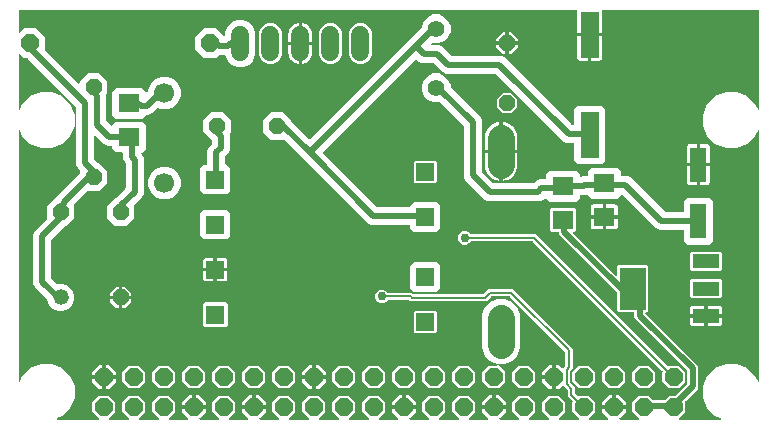
<source format=gbr>
G04 EAGLE Gerber RS-274X export*
G75*
%MOMM*%
%FSLAX34Y34*%
%LPD*%
%INTop Copper*%
%IPPOS*%
%AMOC8*
5,1,8,0,0,1.08239X$1,22.5*%
G01*
%ADD10P,1.429621X8X22.500000*%
%ADD11C,1.320800*%
%ADD12C,1.700000*%
%ADD13R,1.803000X1.600000*%
%ADD14P,1.429621X8X292.500000*%
%ADD15C,1.508000*%
%ADD16P,1.649562X8X202.500000*%
%ADD17P,1.429621X8X112.500000*%
%ADD18C,2.247900*%
%ADD19R,1.600000X3.900000*%
%ADD20R,1.400000X3.000000*%
%ADD21C,1.422400*%
%ADD22R,1.508000X1.508000*%
%ADD23R,2.235000X1.219000*%
%ADD24R,2.200000X3.600000*%
%ADD25C,0.508000*%
%ADD26C,0.203200*%
%ADD27C,0.756400*%

G36*
X79151Y11442D02*
X79151Y11442D01*
X79223Y11444D01*
X79272Y11462D01*
X79323Y11470D01*
X79387Y11504D01*
X79454Y11529D01*
X79495Y11561D01*
X79541Y11586D01*
X79590Y11638D01*
X79646Y11682D01*
X79674Y11726D01*
X79710Y11764D01*
X79740Y11829D01*
X79779Y11889D01*
X79792Y11940D01*
X79814Y11987D01*
X79821Y12058D01*
X79839Y12128D01*
X79835Y12180D01*
X79841Y12231D01*
X79825Y12302D01*
X79820Y12373D01*
X79800Y12421D01*
X79788Y12472D01*
X79752Y12533D01*
X79724Y12599D01*
X79679Y12655D01*
X79662Y12683D01*
X79644Y12698D01*
X79619Y12730D01*
X74047Y18302D01*
X74047Y26298D01*
X79702Y31953D01*
X87698Y31953D01*
X93353Y26298D01*
X93353Y18302D01*
X87781Y12730D01*
X87739Y12672D01*
X87690Y12620D01*
X87668Y12573D01*
X87638Y12531D01*
X87617Y12462D01*
X87586Y12397D01*
X87581Y12345D01*
X87565Y12295D01*
X87567Y12224D01*
X87559Y12153D01*
X87570Y12102D01*
X87572Y12050D01*
X87596Y11982D01*
X87612Y11912D01*
X87638Y11867D01*
X87656Y11819D01*
X87701Y11763D01*
X87738Y11701D01*
X87777Y11667D01*
X87810Y11627D01*
X87870Y11588D01*
X87925Y11541D01*
X87973Y11522D01*
X88017Y11494D01*
X88086Y11476D01*
X88153Y11449D01*
X88224Y11441D01*
X88255Y11433D01*
X88279Y11435D01*
X88320Y11431D01*
X104480Y11431D01*
X104551Y11442D01*
X104623Y11444D01*
X104672Y11462D01*
X104723Y11470D01*
X104787Y11504D01*
X104854Y11529D01*
X104895Y11561D01*
X104941Y11586D01*
X104990Y11638D01*
X105046Y11682D01*
X105074Y11726D01*
X105110Y11764D01*
X105140Y11829D01*
X105179Y11889D01*
X105192Y11940D01*
X105214Y11987D01*
X105221Y12058D01*
X105239Y12128D01*
X105235Y12180D01*
X105241Y12231D01*
X105225Y12302D01*
X105220Y12373D01*
X105200Y12421D01*
X105188Y12472D01*
X105152Y12533D01*
X105124Y12599D01*
X105079Y12655D01*
X105062Y12683D01*
X105044Y12698D01*
X105019Y12730D01*
X99447Y18302D01*
X99447Y26298D01*
X105102Y31953D01*
X113098Y31953D01*
X118753Y26298D01*
X118753Y18302D01*
X113181Y12730D01*
X113139Y12672D01*
X113090Y12620D01*
X113068Y12573D01*
X113038Y12531D01*
X113017Y12462D01*
X112986Y12397D01*
X112981Y12345D01*
X112965Y12295D01*
X112967Y12224D01*
X112959Y12153D01*
X112970Y12102D01*
X112972Y12050D01*
X112996Y11982D01*
X113012Y11912D01*
X113038Y11867D01*
X113056Y11819D01*
X113101Y11763D01*
X113138Y11701D01*
X113177Y11667D01*
X113210Y11627D01*
X113270Y11588D01*
X113325Y11541D01*
X113373Y11522D01*
X113417Y11494D01*
X113486Y11476D01*
X113553Y11449D01*
X113624Y11441D01*
X113655Y11433D01*
X113679Y11435D01*
X113720Y11431D01*
X129880Y11431D01*
X129951Y11442D01*
X130023Y11444D01*
X130072Y11462D01*
X130123Y11470D01*
X130187Y11504D01*
X130254Y11529D01*
X130295Y11561D01*
X130341Y11586D01*
X130390Y11638D01*
X130446Y11682D01*
X130474Y11726D01*
X130510Y11764D01*
X130540Y11829D01*
X130579Y11889D01*
X130592Y11940D01*
X130614Y11987D01*
X130621Y12058D01*
X130639Y12128D01*
X130635Y12180D01*
X130641Y12231D01*
X130625Y12302D01*
X130620Y12373D01*
X130600Y12421D01*
X130588Y12472D01*
X130552Y12533D01*
X130524Y12599D01*
X130479Y12655D01*
X130462Y12683D01*
X130444Y12698D01*
X130419Y12730D01*
X124847Y18302D01*
X124847Y26298D01*
X130502Y31953D01*
X138498Y31953D01*
X144153Y26298D01*
X144153Y18302D01*
X138581Y12730D01*
X138539Y12672D01*
X138490Y12620D01*
X138468Y12573D01*
X138438Y12531D01*
X138417Y12462D01*
X138386Y12397D01*
X138381Y12345D01*
X138365Y12295D01*
X138367Y12224D01*
X138359Y12153D01*
X138370Y12102D01*
X138372Y12050D01*
X138396Y11982D01*
X138412Y11912D01*
X138438Y11867D01*
X138456Y11819D01*
X138501Y11763D01*
X138538Y11701D01*
X138577Y11667D01*
X138610Y11627D01*
X138670Y11588D01*
X138725Y11541D01*
X138773Y11522D01*
X138817Y11494D01*
X138886Y11476D01*
X138953Y11449D01*
X139024Y11441D01*
X139055Y11433D01*
X139079Y11435D01*
X139120Y11431D01*
X154562Y11431D01*
X154633Y11442D01*
X154704Y11444D01*
X154753Y11462D01*
X154805Y11470D01*
X154868Y11504D01*
X154935Y11529D01*
X154976Y11561D01*
X155022Y11586D01*
X155072Y11638D01*
X155128Y11682D01*
X155156Y11726D01*
X155192Y11764D01*
X155222Y11829D01*
X155261Y11889D01*
X155273Y11940D01*
X155295Y11987D01*
X155303Y12058D01*
X155321Y12128D01*
X155317Y12180D01*
X155322Y12231D01*
X155307Y12302D01*
X155301Y12373D01*
X155281Y12421D01*
X155270Y12472D01*
X155233Y12533D01*
X155205Y12599D01*
X155160Y12655D01*
X155144Y12683D01*
X155126Y12698D01*
X155100Y12730D01*
X149739Y18091D01*
X149739Y20777D01*
X159138Y20777D01*
X159158Y20780D01*
X159177Y20778D01*
X159279Y20800D01*
X159381Y20817D01*
X159398Y20826D01*
X159418Y20830D01*
X159507Y20883D01*
X159598Y20932D01*
X159612Y20946D01*
X159629Y20956D01*
X159696Y21035D01*
X159767Y21110D01*
X159776Y21128D01*
X159789Y21143D01*
X159827Y21239D01*
X159871Y21333D01*
X159873Y21353D01*
X159881Y21371D01*
X159899Y21538D01*
X159899Y22301D01*
X159901Y22301D01*
X159901Y21538D01*
X159904Y21518D01*
X159902Y21499D01*
X159924Y21397D01*
X159941Y21295D01*
X159950Y21278D01*
X159954Y21258D01*
X160007Y21169D01*
X160056Y21078D01*
X160070Y21064D01*
X160080Y21047D01*
X160159Y20980D01*
X160234Y20909D01*
X160252Y20900D01*
X160267Y20887D01*
X160363Y20848D01*
X160457Y20805D01*
X160477Y20803D01*
X160495Y20795D01*
X160662Y20777D01*
X170061Y20777D01*
X170061Y18091D01*
X164700Y12730D01*
X164658Y12672D01*
X164608Y12620D01*
X164587Y12573D01*
X164556Y12531D01*
X164535Y12462D01*
X164505Y12397D01*
X164499Y12345D01*
X164484Y12295D01*
X164486Y12224D01*
X164478Y12153D01*
X164489Y12102D01*
X164490Y12050D01*
X164515Y11982D01*
X164530Y11912D01*
X164557Y11867D01*
X164575Y11819D01*
X164619Y11763D01*
X164656Y11701D01*
X164696Y11667D01*
X164728Y11627D01*
X164789Y11588D01*
X164843Y11541D01*
X164891Y11522D01*
X164935Y11494D01*
X165005Y11476D01*
X165071Y11449D01*
X165143Y11441D01*
X165174Y11433D01*
X165197Y11435D01*
X165238Y11431D01*
X180680Y11431D01*
X180751Y11442D01*
X180823Y11444D01*
X180872Y11462D01*
X180923Y11470D01*
X180987Y11504D01*
X181054Y11529D01*
X181095Y11561D01*
X181141Y11586D01*
X181190Y11638D01*
X181246Y11682D01*
X181274Y11726D01*
X181310Y11764D01*
X181340Y11829D01*
X181379Y11889D01*
X181392Y11940D01*
X181414Y11987D01*
X181421Y12058D01*
X181439Y12128D01*
X181435Y12180D01*
X181441Y12231D01*
X181425Y12302D01*
X181420Y12373D01*
X181400Y12421D01*
X181388Y12472D01*
X181352Y12533D01*
X181324Y12599D01*
X181279Y12655D01*
X181262Y12683D01*
X181244Y12698D01*
X181219Y12730D01*
X175647Y18302D01*
X175647Y26298D01*
X181302Y31953D01*
X189298Y31953D01*
X194953Y26298D01*
X194953Y18302D01*
X189381Y12730D01*
X189339Y12672D01*
X189290Y12620D01*
X189268Y12573D01*
X189238Y12531D01*
X189217Y12462D01*
X189186Y12397D01*
X189181Y12345D01*
X189165Y12295D01*
X189167Y12224D01*
X189159Y12153D01*
X189170Y12102D01*
X189172Y12050D01*
X189196Y11982D01*
X189212Y11912D01*
X189238Y11867D01*
X189256Y11819D01*
X189301Y11763D01*
X189338Y11701D01*
X189377Y11667D01*
X189410Y11627D01*
X189470Y11588D01*
X189525Y11541D01*
X189573Y11522D01*
X189617Y11494D01*
X189686Y11476D01*
X189753Y11449D01*
X189824Y11441D01*
X189855Y11433D01*
X189879Y11435D01*
X189920Y11431D01*
X205362Y11431D01*
X205433Y11442D01*
X205504Y11444D01*
X205553Y11462D01*
X205605Y11470D01*
X205668Y11504D01*
X205735Y11529D01*
X205776Y11561D01*
X205822Y11586D01*
X205872Y11638D01*
X205928Y11682D01*
X205956Y11726D01*
X205992Y11764D01*
X206022Y11829D01*
X206061Y11889D01*
X206073Y11940D01*
X206095Y11987D01*
X206103Y12058D01*
X206121Y12128D01*
X206117Y12180D01*
X206122Y12231D01*
X206107Y12302D01*
X206101Y12373D01*
X206081Y12421D01*
X206070Y12472D01*
X206033Y12533D01*
X206005Y12599D01*
X205960Y12655D01*
X205944Y12683D01*
X205926Y12698D01*
X205900Y12730D01*
X200539Y18091D01*
X200539Y20777D01*
X209938Y20777D01*
X209958Y20780D01*
X209977Y20778D01*
X210079Y20800D01*
X210181Y20817D01*
X210198Y20826D01*
X210218Y20830D01*
X210307Y20883D01*
X210398Y20932D01*
X210412Y20946D01*
X210429Y20956D01*
X210496Y21035D01*
X210567Y21110D01*
X210576Y21128D01*
X210589Y21143D01*
X210627Y21239D01*
X210671Y21333D01*
X210673Y21353D01*
X210681Y21371D01*
X210699Y21538D01*
X210699Y22301D01*
X210701Y22301D01*
X210701Y21538D01*
X210704Y21518D01*
X210702Y21499D01*
X210724Y21397D01*
X210741Y21295D01*
X210750Y21278D01*
X210754Y21258D01*
X210807Y21169D01*
X210856Y21078D01*
X210870Y21064D01*
X210880Y21047D01*
X210959Y20980D01*
X211034Y20909D01*
X211052Y20900D01*
X211067Y20887D01*
X211163Y20848D01*
X211257Y20805D01*
X211277Y20803D01*
X211295Y20795D01*
X211462Y20777D01*
X220861Y20777D01*
X220861Y18091D01*
X215500Y12730D01*
X215458Y12672D01*
X215408Y12620D01*
X215387Y12573D01*
X215356Y12531D01*
X215335Y12462D01*
X215305Y12397D01*
X215299Y12345D01*
X215284Y12295D01*
X215286Y12224D01*
X215278Y12153D01*
X215289Y12102D01*
X215290Y12050D01*
X215315Y11982D01*
X215330Y11912D01*
X215357Y11867D01*
X215375Y11819D01*
X215419Y11763D01*
X215456Y11701D01*
X215496Y11667D01*
X215528Y11627D01*
X215589Y11588D01*
X215643Y11541D01*
X215691Y11522D01*
X215735Y11494D01*
X215805Y11476D01*
X215871Y11449D01*
X215943Y11441D01*
X215974Y11433D01*
X215997Y11435D01*
X216038Y11431D01*
X231480Y11431D01*
X231551Y11442D01*
X231623Y11444D01*
X231672Y11462D01*
X231723Y11470D01*
X231787Y11504D01*
X231854Y11529D01*
X231895Y11561D01*
X231941Y11586D01*
X231990Y11638D01*
X232046Y11682D01*
X232074Y11726D01*
X232110Y11764D01*
X232140Y11829D01*
X232179Y11889D01*
X232192Y11940D01*
X232214Y11987D01*
X232221Y12058D01*
X232239Y12128D01*
X232235Y12180D01*
X232241Y12231D01*
X232225Y12302D01*
X232220Y12373D01*
X232200Y12421D01*
X232188Y12472D01*
X232152Y12533D01*
X232124Y12599D01*
X232079Y12655D01*
X232062Y12683D01*
X232044Y12698D01*
X232019Y12730D01*
X226447Y18302D01*
X226447Y26298D01*
X232102Y31953D01*
X240098Y31953D01*
X245753Y26298D01*
X245753Y18302D01*
X240181Y12730D01*
X240139Y12672D01*
X240090Y12620D01*
X240068Y12573D01*
X240038Y12531D01*
X240017Y12462D01*
X239986Y12397D01*
X239981Y12345D01*
X239965Y12295D01*
X239967Y12224D01*
X239959Y12153D01*
X239970Y12102D01*
X239972Y12050D01*
X239996Y11982D01*
X240012Y11912D01*
X240038Y11867D01*
X240056Y11819D01*
X240101Y11763D01*
X240138Y11701D01*
X240177Y11667D01*
X240210Y11627D01*
X240270Y11588D01*
X240325Y11541D01*
X240373Y11522D01*
X240417Y11494D01*
X240486Y11476D01*
X240553Y11449D01*
X240624Y11441D01*
X240655Y11433D01*
X240679Y11435D01*
X240720Y11431D01*
X256880Y11431D01*
X256951Y11442D01*
X257023Y11444D01*
X257072Y11462D01*
X257123Y11470D01*
X257187Y11504D01*
X257254Y11529D01*
X257295Y11561D01*
X257341Y11586D01*
X257390Y11638D01*
X257446Y11682D01*
X257474Y11726D01*
X257510Y11764D01*
X257540Y11829D01*
X257579Y11889D01*
X257592Y11940D01*
X257614Y11987D01*
X257621Y12058D01*
X257639Y12128D01*
X257635Y12180D01*
X257641Y12231D01*
X257625Y12302D01*
X257620Y12373D01*
X257600Y12421D01*
X257588Y12472D01*
X257552Y12533D01*
X257524Y12599D01*
X257479Y12655D01*
X257462Y12683D01*
X257444Y12698D01*
X257419Y12730D01*
X251847Y18302D01*
X251847Y26298D01*
X257502Y31953D01*
X265498Y31953D01*
X271153Y26298D01*
X271153Y18302D01*
X265581Y12730D01*
X265539Y12672D01*
X265490Y12620D01*
X265468Y12573D01*
X265438Y12531D01*
X265417Y12462D01*
X265386Y12397D01*
X265381Y12345D01*
X265365Y12295D01*
X265367Y12224D01*
X265359Y12153D01*
X265370Y12102D01*
X265372Y12050D01*
X265396Y11982D01*
X265412Y11912D01*
X265438Y11867D01*
X265456Y11819D01*
X265501Y11763D01*
X265538Y11701D01*
X265577Y11667D01*
X265610Y11627D01*
X265670Y11588D01*
X265725Y11541D01*
X265773Y11522D01*
X265817Y11494D01*
X265886Y11476D01*
X265953Y11449D01*
X266024Y11441D01*
X266055Y11433D01*
X266079Y11435D01*
X266120Y11431D01*
X282280Y11431D01*
X282351Y11442D01*
X282423Y11444D01*
X282472Y11462D01*
X282523Y11470D01*
X282587Y11504D01*
X282654Y11529D01*
X282695Y11561D01*
X282741Y11586D01*
X282790Y11638D01*
X282846Y11682D01*
X282874Y11726D01*
X282910Y11764D01*
X282940Y11829D01*
X282979Y11889D01*
X282992Y11940D01*
X283014Y11987D01*
X283021Y12058D01*
X283039Y12128D01*
X283035Y12180D01*
X283041Y12231D01*
X283025Y12302D01*
X283020Y12373D01*
X283000Y12421D01*
X282988Y12472D01*
X282952Y12533D01*
X282924Y12599D01*
X282879Y12655D01*
X282862Y12683D01*
X282844Y12698D01*
X282819Y12730D01*
X277247Y18302D01*
X277247Y26298D01*
X282902Y31953D01*
X290898Y31953D01*
X296553Y26298D01*
X296553Y18302D01*
X290981Y12730D01*
X290939Y12672D01*
X290890Y12620D01*
X290868Y12573D01*
X290838Y12531D01*
X290817Y12462D01*
X290786Y12397D01*
X290781Y12345D01*
X290765Y12295D01*
X290767Y12224D01*
X290759Y12153D01*
X290770Y12102D01*
X290772Y12050D01*
X290796Y11982D01*
X290812Y11912D01*
X290838Y11867D01*
X290856Y11819D01*
X290901Y11763D01*
X290938Y11701D01*
X290977Y11667D01*
X291010Y11627D01*
X291070Y11588D01*
X291125Y11541D01*
X291173Y11522D01*
X291217Y11494D01*
X291286Y11476D01*
X291353Y11449D01*
X291424Y11441D01*
X291455Y11433D01*
X291479Y11435D01*
X291520Y11431D01*
X307680Y11431D01*
X307751Y11442D01*
X307823Y11444D01*
X307872Y11462D01*
X307923Y11470D01*
X307987Y11504D01*
X308054Y11529D01*
X308095Y11561D01*
X308141Y11586D01*
X308190Y11638D01*
X308246Y11682D01*
X308274Y11726D01*
X308310Y11764D01*
X308340Y11829D01*
X308379Y11889D01*
X308392Y11940D01*
X308414Y11987D01*
X308421Y12058D01*
X308439Y12128D01*
X308435Y12180D01*
X308441Y12231D01*
X308425Y12302D01*
X308420Y12373D01*
X308400Y12421D01*
X308388Y12472D01*
X308352Y12533D01*
X308324Y12599D01*
X308279Y12655D01*
X308262Y12683D01*
X308244Y12698D01*
X308219Y12730D01*
X302647Y18302D01*
X302647Y26298D01*
X308302Y31953D01*
X316298Y31953D01*
X321953Y26298D01*
X321953Y18302D01*
X316381Y12730D01*
X316339Y12672D01*
X316290Y12620D01*
X316268Y12573D01*
X316238Y12531D01*
X316217Y12462D01*
X316186Y12397D01*
X316181Y12345D01*
X316165Y12295D01*
X316167Y12224D01*
X316159Y12153D01*
X316170Y12102D01*
X316172Y12050D01*
X316196Y11982D01*
X316212Y11912D01*
X316238Y11867D01*
X316256Y11819D01*
X316301Y11763D01*
X316338Y11701D01*
X316377Y11667D01*
X316410Y11627D01*
X316470Y11588D01*
X316525Y11541D01*
X316573Y11522D01*
X316617Y11494D01*
X316686Y11476D01*
X316753Y11449D01*
X316824Y11441D01*
X316855Y11433D01*
X316879Y11435D01*
X316920Y11431D01*
X332362Y11431D01*
X332433Y11442D01*
X332504Y11444D01*
X332553Y11462D01*
X332605Y11470D01*
X332668Y11504D01*
X332735Y11529D01*
X332776Y11561D01*
X332822Y11586D01*
X332872Y11638D01*
X332928Y11682D01*
X332956Y11726D01*
X332992Y11764D01*
X333022Y11829D01*
X333061Y11889D01*
X333073Y11940D01*
X333095Y11987D01*
X333103Y12058D01*
X333121Y12128D01*
X333117Y12180D01*
X333122Y12231D01*
X333107Y12302D01*
X333101Y12373D01*
X333081Y12421D01*
X333070Y12472D01*
X333033Y12533D01*
X333005Y12599D01*
X332960Y12655D01*
X332944Y12683D01*
X332926Y12698D01*
X332900Y12730D01*
X327539Y18091D01*
X327539Y20777D01*
X336938Y20777D01*
X336958Y20780D01*
X336977Y20778D01*
X337079Y20800D01*
X337181Y20817D01*
X337198Y20826D01*
X337218Y20830D01*
X337307Y20883D01*
X337398Y20932D01*
X337412Y20946D01*
X337429Y20956D01*
X337496Y21035D01*
X337567Y21110D01*
X337576Y21128D01*
X337589Y21143D01*
X337627Y21239D01*
X337671Y21333D01*
X337673Y21353D01*
X337681Y21371D01*
X337699Y21538D01*
X337699Y22301D01*
X337701Y22301D01*
X337701Y21538D01*
X337704Y21518D01*
X337702Y21499D01*
X337724Y21397D01*
X337741Y21295D01*
X337750Y21278D01*
X337754Y21258D01*
X337807Y21169D01*
X337856Y21078D01*
X337870Y21064D01*
X337880Y21047D01*
X337959Y20980D01*
X338034Y20909D01*
X338052Y20900D01*
X338067Y20887D01*
X338163Y20848D01*
X338257Y20805D01*
X338277Y20803D01*
X338295Y20795D01*
X338462Y20777D01*
X347861Y20777D01*
X347861Y18091D01*
X342500Y12730D01*
X342458Y12672D01*
X342408Y12620D01*
X342387Y12573D01*
X342356Y12531D01*
X342335Y12462D01*
X342305Y12397D01*
X342299Y12345D01*
X342284Y12295D01*
X342286Y12224D01*
X342278Y12153D01*
X342289Y12102D01*
X342290Y12050D01*
X342315Y11982D01*
X342330Y11912D01*
X342357Y11867D01*
X342375Y11819D01*
X342419Y11763D01*
X342456Y11701D01*
X342496Y11667D01*
X342528Y11627D01*
X342589Y11588D01*
X342643Y11541D01*
X342691Y11522D01*
X342735Y11494D01*
X342805Y11476D01*
X342871Y11449D01*
X342943Y11441D01*
X342974Y11433D01*
X342997Y11435D01*
X343038Y11431D01*
X358480Y11431D01*
X358551Y11442D01*
X358623Y11444D01*
X358672Y11462D01*
X358723Y11470D01*
X358787Y11504D01*
X358854Y11529D01*
X358895Y11561D01*
X358941Y11586D01*
X358990Y11638D01*
X359046Y11682D01*
X359074Y11726D01*
X359110Y11764D01*
X359140Y11829D01*
X359179Y11889D01*
X359192Y11940D01*
X359214Y11987D01*
X359221Y12058D01*
X359239Y12128D01*
X359235Y12180D01*
X359241Y12231D01*
X359225Y12302D01*
X359220Y12373D01*
X359200Y12421D01*
X359188Y12472D01*
X359152Y12533D01*
X359124Y12599D01*
X359079Y12655D01*
X359062Y12683D01*
X359044Y12698D01*
X359019Y12730D01*
X353447Y18302D01*
X353447Y26298D01*
X359102Y31953D01*
X367098Y31953D01*
X372753Y26298D01*
X372753Y18302D01*
X367181Y12730D01*
X367139Y12672D01*
X367090Y12620D01*
X367068Y12573D01*
X367038Y12531D01*
X367017Y12462D01*
X366986Y12397D01*
X366981Y12345D01*
X366965Y12295D01*
X366967Y12224D01*
X366959Y12153D01*
X366970Y12102D01*
X366972Y12050D01*
X366996Y11982D01*
X367012Y11912D01*
X367038Y11867D01*
X367056Y11819D01*
X367101Y11763D01*
X367138Y11701D01*
X367177Y11667D01*
X367210Y11627D01*
X367270Y11588D01*
X367325Y11541D01*
X367373Y11522D01*
X367417Y11494D01*
X367486Y11476D01*
X367553Y11449D01*
X367624Y11441D01*
X367655Y11433D01*
X367679Y11435D01*
X367720Y11431D01*
X383880Y11431D01*
X383951Y11442D01*
X384023Y11444D01*
X384072Y11462D01*
X384123Y11470D01*
X384187Y11504D01*
X384254Y11529D01*
X384295Y11561D01*
X384341Y11586D01*
X384390Y11638D01*
X384446Y11682D01*
X384474Y11726D01*
X384510Y11764D01*
X384540Y11829D01*
X384579Y11889D01*
X384592Y11940D01*
X384614Y11987D01*
X384621Y12058D01*
X384639Y12128D01*
X384635Y12180D01*
X384641Y12231D01*
X384625Y12302D01*
X384620Y12373D01*
X384600Y12421D01*
X384588Y12472D01*
X384552Y12533D01*
X384524Y12599D01*
X384479Y12655D01*
X384462Y12683D01*
X384444Y12698D01*
X384419Y12730D01*
X378847Y18302D01*
X378847Y26298D01*
X384502Y31953D01*
X392498Y31953D01*
X398153Y26298D01*
X398153Y18302D01*
X392581Y12730D01*
X392539Y12672D01*
X392490Y12620D01*
X392468Y12573D01*
X392438Y12531D01*
X392417Y12462D01*
X392386Y12397D01*
X392381Y12345D01*
X392365Y12295D01*
X392367Y12224D01*
X392359Y12153D01*
X392370Y12102D01*
X392372Y12050D01*
X392396Y11982D01*
X392412Y11912D01*
X392438Y11867D01*
X392456Y11819D01*
X392501Y11763D01*
X392538Y11701D01*
X392577Y11667D01*
X392610Y11627D01*
X392670Y11588D01*
X392725Y11541D01*
X392773Y11522D01*
X392817Y11494D01*
X392886Y11476D01*
X392953Y11449D01*
X393024Y11441D01*
X393055Y11433D01*
X393079Y11435D01*
X393120Y11431D01*
X408562Y11431D01*
X408633Y11442D01*
X408704Y11444D01*
X408753Y11462D01*
X408805Y11470D01*
X408868Y11504D01*
X408935Y11529D01*
X408976Y11561D01*
X409022Y11586D01*
X409072Y11638D01*
X409128Y11682D01*
X409156Y11726D01*
X409192Y11764D01*
X409222Y11829D01*
X409261Y11889D01*
X409273Y11940D01*
X409295Y11987D01*
X409303Y12058D01*
X409321Y12128D01*
X409317Y12180D01*
X409322Y12231D01*
X409307Y12302D01*
X409301Y12373D01*
X409281Y12421D01*
X409270Y12472D01*
X409233Y12533D01*
X409205Y12599D01*
X409160Y12655D01*
X409144Y12683D01*
X409126Y12698D01*
X409100Y12730D01*
X403739Y18091D01*
X403739Y20777D01*
X413138Y20777D01*
X413158Y20780D01*
X413177Y20778D01*
X413279Y20800D01*
X413381Y20817D01*
X413398Y20826D01*
X413418Y20830D01*
X413507Y20883D01*
X413598Y20932D01*
X413612Y20946D01*
X413629Y20956D01*
X413696Y21035D01*
X413767Y21110D01*
X413776Y21128D01*
X413789Y21143D01*
X413827Y21239D01*
X413871Y21333D01*
X413873Y21353D01*
X413881Y21371D01*
X413899Y21538D01*
X413899Y22301D01*
X413901Y22301D01*
X413901Y21538D01*
X413904Y21518D01*
X413902Y21499D01*
X413924Y21397D01*
X413941Y21295D01*
X413950Y21278D01*
X413954Y21258D01*
X414007Y21169D01*
X414056Y21078D01*
X414070Y21064D01*
X414080Y21047D01*
X414159Y20980D01*
X414234Y20909D01*
X414252Y20900D01*
X414267Y20887D01*
X414363Y20848D01*
X414457Y20805D01*
X414477Y20803D01*
X414495Y20795D01*
X414662Y20777D01*
X424061Y20777D01*
X424061Y18091D01*
X418700Y12730D01*
X418658Y12672D01*
X418608Y12620D01*
X418587Y12573D01*
X418556Y12531D01*
X418535Y12462D01*
X418505Y12397D01*
X418499Y12345D01*
X418484Y12295D01*
X418486Y12224D01*
X418478Y12153D01*
X418489Y12102D01*
X418490Y12050D01*
X418515Y11982D01*
X418530Y11912D01*
X418557Y11867D01*
X418575Y11819D01*
X418619Y11763D01*
X418656Y11701D01*
X418696Y11667D01*
X418728Y11627D01*
X418789Y11588D01*
X418843Y11541D01*
X418891Y11522D01*
X418935Y11494D01*
X419005Y11476D01*
X419071Y11449D01*
X419143Y11441D01*
X419174Y11433D01*
X419197Y11435D01*
X419238Y11431D01*
X434680Y11431D01*
X434751Y11442D01*
X434823Y11444D01*
X434872Y11462D01*
X434923Y11470D01*
X434987Y11504D01*
X435054Y11529D01*
X435095Y11561D01*
X435141Y11586D01*
X435190Y11638D01*
X435246Y11682D01*
X435274Y11726D01*
X435310Y11764D01*
X435340Y11829D01*
X435379Y11889D01*
X435392Y11940D01*
X435414Y11987D01*
X435421Y12058D01*
X435439Y12128D01*
X435435Y12180D01*
X435441Y12231D01*
X435425Y12302D01*
X435420Y12373D01*
X435400Y12421D01*
X435388Y12472D01*
X435352Y12533D01*
X435324Y12599D01*
X435279Y12655D01*
X435262Y12683D01*
X435244Y12698D01*
X435219Y12730D01*
X429647Y18302D01*
X429647Y26298D01*
X435302Y31953D01*
X443298Y31953D01*
X448953Y26298D01*
X448953Y18302D01*
X443381Y12730D01*
X443339Y12672D01*
X443290Y12620D01*
X443268Y12573D01*
X443238Y12531D01*
X443217Y12462D01*
X443186Y12397D01*
X443181Y12345D01*
X443165Y12295D01*
X443167Y12224D01*
X443159Y12153D01*
X443170Y12102D01*
X443172Y12050D01*
X443196Y11982D01*
X443212Y11912D01*
X443238Y11867D01*
X443256Y11819D01*
X443301Y11763D01*
X443338Y11701D01*
X443377Y11667D01*
X443410Y11627D01*
X443470Y11588D01*
X443525Y11541D01*
X443573Y11522D01*
X443617Y11494D01*
X443686Y11476D01*
X443753Y11449D01*
X443824Y11441D01*
X443855Y11433D01*
X443879Y11435D01*
X443920Y11431D01*
X460080Y11431D01*
X460151Y11442D01*
X460223Y11444D01*
X460272Y11462D01*
X460323Y11470D01*
X460387Y11504D01*
X460454Y11529D01*
X460495Y11561D01*
X460541Y11586D01*
X460590Y11638D01*
X460646Y11682D01*
X460674Y11726D01*
X460710Y11764D01*
X460740Y11829D01*
X460779Y11889D01*
X460792Y11940D01*
X460814Y11987D01*
X460821Y12058D01*
X460839Y12128D01*
X460835Y12180D01*
X460841Y12231D01*
X460825Y12302D01*
X460820Y12373D01*
X460800Y12421D01*
X460788Y12472D01*
X460752Y12533D01*
X460724Y12599D01*
X460679Y12655D01*
X460662Y12683D01*
X460644Y12698D01*
X460619Y12730D01*
X455047Y18302D01*
X455047Y26298D01*
X460702Y31953D01*
X468698Y31953D01*
X474353Y26298D01*
X474353Y18302D01*
X468781Y12730D01*
X468739Y12672D01*
X468690Y12620D01*
X468668Y12573D01*
X468638Y12531D01*
X468617Y12462D01*
X468586Y12397D01*
X468581Y12345D01*
X468565Y12295D01*
X468567Y12224D01*
X468559Y12153D01*
X468570Y12102D01*
X468572Y12050D01*
X468596Y11982D01*
X468612Y11912D01*
X468638Y11867D01*
X468656Y11819D01*
X468701Y11763D01*
X468738Y11701D01*
X468777Y11667D01*
X468810Y11627D01*
X468870Y11588D01*
X468925Y11541D01*
X468973Y11522D01*
X469017Y11494D01*
X469086Y11476D01*
X469153Y11449D01*
X469224Y11441D01*
X469255Y11433D01*
X469279Y11435D01*
X469320Y11431D01*
X485480Y11431D01*
X485551Y11442D01*
X485623Y11444D01*
X485672Y11462D01*
X485723Y11470D01*
X485787Y11504D01*
X485854Y11529D01*
X485895Y11561D01*
X485941Y11586D01*
X485990Y11638D01*
X486046Y11682D01*
X486074Y11726D01*
X486110Y11764D01*
X486140Y11829D01*
X486179Y11889D01*
X486192Y11940D01*
X486214Y11987D01*
X486221Y12058D01*
X486239Y12128D01*
X486235Y12180D01*
X486241Y12231D01*
X486225Y12302D01*
X486220Y12373D01*
X486200Y12421D01*
X486188Y12472D01*
X486152Y12533D01*
X486124Y12599D01*
X486079Y12655D01*
X486062Y12683D01*
X486044Y12698D01*
X486019Y12730D01*
X480447Y18302D01*
X480447Y26304D01*
X480496Y26379D01*
X480556Y26463D01*
X480562Y26482D01*
X480573Y26499D01*
X480598Y26599D01*
X480628Y26698D01*
X480628Y26718D01*
X480633Y26737D01*
X480625Y26840D01*
X480622Y26944D01*
X480615Y26963D01*
X480614Y26983D01*
X480573Y27078D01*
X480538Y27175D01*
X480525Y27191D01*
X480517Y27209D01*
X480412Y27340D01*
X476503Y31249D01*
X476503Y36014D01*
X476489Y36104D01*
X476481Y36195D01*
X476469Y36225D01*
X476464Y36257D01*
X476421Y36337D01*
X476385Y36421D01*
X476359Y36453D01*
X476348Y36474D01*
X476325Y36496D01*
X476280Y36552D01*
X472639Y40193D01*
X472623Y40205D01*
X472611Y40220D01*
X472523Y40276D01*
X472439Y40337D01*
X472420Y40343D01*
X472404Y40353D01*
X472303Y40379D01*
X472204Y40409D01*
X472184Y40409D01*
X472165Y40413D01*
X472062Y40405D01*
X471959Y40403D01*
X471940Y40396D01*
X471920Y40394D01*
X471825Y40354D01*
X471727Y40318D01*
X471712Y40306D01*
X471694Y40298D01*
X471563Y40193D01*
X468909Y37539D01*
X466223Y37539D01*
X466223Y46938D01*
X466220Y46958D01*
X466222Y46977D01*
X466200Y47079D01*
X466183Y47181D01*
X466174Y47198D01*
X466170Y47218D01*
X466117Y47307D01*
X466068Y47398D01*
X466054Y47412D01*
X466044Y47429D01*
X465965Y47496D01*
X465890Y47567D01*
X465872Y47576D01*
X465857Y47589D01*
X465761Y47627D01*
X465667Y47671D01*
X465647Y47673D01*
X465629Y47681D01*
X465462Y47699D01*
X464699Y47699D01*
X464699Y47701D01*
X465462Y47701D01*
X465482Y47704D01*
X465501Y47702D01*
X465603Y47724D01*
X465705Y47741D01*
X465722Y47750D01*
X465742Y47754D01*
X465831Y47807D01*
X465922Y47856D01*
X465936Y47870D01*
X465953Y47880D01*
X466020Y47959D01*
X466091Y48034D01*
X466100Y48052D01*
X466113Y48067D01*
X466152Y48163D01*
X466195Y48257D01*
X466197Y48277D01*
X466205Y48295D01*
X466223Y48462D01*
X466223Y57861D01*
X468909Y57861D01*
X471511Y55259D01*
X471527Y55247D01*
X471539Y55232D01*
X471626Y55176D01*
X471710Y55115D01*
X471729Y55109D01*
X471746Y55099D01*
X471847Y55073D01*
X471945Y55043D01*
X471965Y55043D01*
X471985Y55039D01*
X472088Y55047D01*
X472191Y55049D01*
X472210Y55056D01*
X472230Y55058D01*
X472325Y55098D01*
X472422Y55134D01*
X472438Y55146D01*
X472456Y55154D01*
X472587Y55259D01*
X474248Y56920D01*
X474301Y56994D01*
X474361Y57063D01*
X474373Y57093D01*
X474392Y57120D01*
X474419Y57207D01*
X474453Y57291D01*
X474457Y57332D01*
X474464Y57355D01*
X474463Y57387D01*
X474471Y57458D01*
X474471Y68526D01*
X474468Y68545D01*
X474470Y68564D01*
X474455Y68633D01*
X474449Y68707D01*
X474437Y68737D01*
X474432Y68769D01*
X474422Y68787D01*
X474418Y68804D01*
X474383Y68863D01*
X474353Y68933D01*
X474327Y68965D01*
X474316Y68986D01*
X474300Y69001D01*
X474292Y69015D01*
X474277Y69028D01*
X474248Y69064D01*
X427712Y115600D01*
X427638Y115653D01*
X427569Y115713D01*
X427539Y115725D01*
X427512Y115744D01*
X427425Y115771D01*
X427341Y115805D01*
X427300Y115809D01*
X427277Y115816D01*
X427245Y115815D01*
X427174Y115823D01*
X412042Y115823D01*
X411952Y115809D01*
X411861Y115801D01*
X411831Y115789D01*
X411799Y115784D01*
X411719Y115741D01*
X411635Y115705D01*
X411603Y115679D01*
X411582Y115668D01*
X411560Y115645D01*
X411504Y115600D01*
X407663Y111759D01*
X343161Y111759D01*
X342368Y112552D01*
X342294Y112605D01*
X342225Y112665D01*
X342195Y112677D01*
X342168Y112696D01*
X342081Y112723D01*
X341997Y112757D01*
X341956Y112761D01*
X341933Y112768D01*
X341901Y112767D01*
X341830Y112775D01*
X324514Y112775D01*
X324424Y112761D01*
X324333Y112753D01*
X324303Y112741D01*
X324271Y112736D01*
X324190Y112693D01*
X324107Y112657D01*
X324074Y112631D01*
X324054Y112620D01*
X324032Y112597D01*
X323976Y112552D01*
X322318Y110895D01*
X320181Y110009D01*
X317867Y110009D01*
X315730Y110895D01*
X314095Y112530D01*
X313209Y114667D01*
X313209Y116981D01*
X314095Y119118D01*
X315730Y120753D01*
X317867Y121639D01*
X320181Y121639D01*
X322318Y120753D01*
X323976Y119096D01*
X324050Y119043D01*
X324119Y118983D01*
X324149Y118971D01*
X324175Y118952D01*
X324262Y118925D01*
X324347Y118891D01*
X324388Y118887D01*
X324410Y118880D01*
X324443Y118881D01*
X324514Y118873D01*
X344671Y118873D01*
X345464Y118080D01*
X345538Y118027D01*
X345607Y117967D01*
X345637Y117955D01*
X345664Y117936D01*
X345751Y117909D01*
X345835Y117875D01*
X345876Y117871D01*
X345899Y117864D01*
X345931Y117865D01*
X346002Y117857D01*
X404822Y117857D01*
X404912Y117871D01*
X405003Y117879D01*
X405033Y117891D01*
X405065Y117896D01*
X405145Y117939D01*
X405229Y117975D01*
X405261Y118001D01*
X405282Y118012D01*
X405304Y118035D01*
X405360Y118080D01*
X409201Y121921D01*
X430015Y121921D01*
X480569Y71367D01*
X480569Y54617D01*
X478760Y52808D01*
X478707Y52734D01*
X478647Y52665D01*
X478635Y52635D01*
X478616Y52608D01*
X478589Y52521D01*
X478555Y52437D01*
X478551Y52396D01*
X478544Y52373D01*
X478545Y52341D01*
X478537Y52270D01*
X478537Y43234D01*
X478551Y43144D01*
X478559Y43053D01*
X478571Y43023D01*
X478576Y42991D01*
X478619Y42911D01*
X478655Y42827D01*
X478681Y42795D01*
X478692Y42774D01*
X478715Y42752D01*
X478760Y42696D01*
X482601Y38855D01*
X482601Y34090D01*
X482615Y34000D01*
X482623Y33909D01*
X482635Y33879D01*
X482640Y33847D01*
X482683Y33767D01*
X482719Y33683D01*
X482745Y33651D01*
X482756Y33630D01*
X482779Y33608D01*
X482824Y33552D01*
X484724Y31652D01*
X484740Y31640D01*
X484753Y31624D01*
X484840Y31568D01*
X484924Y31508D01*
X484943Y31502D01*
X484960Y31491D01*
X485060Y31466D01*
X485159Y31436D01*
X485179Y31436D01*
X485198Y31431D01*
X485301Y31439D01*
X485405Y31442D01*
X485424Y31449D01*
X485443Y31450D01*
X485538Y31491D01*
X485636Y31526D01*
X485651Y31539D01*
X485670Y31547D01*
X485801Y31652D01*
X486102Y31953D01*
X494098Y31953D01*
X499753Y26298D01*
X499753Y18302D01*
X494181Y12730D01*
X494139Y12672D01*
X494090Y12620D01*
X494068Y12573D01*
X494038Y12531D01*
X494017Y12462D01*
X493986Y12397D01*
X493981Y12345D01*
X493965Y12295D01*
X493967Y12224D01*
X493959Y12153D01*
X493970Y12102D01*
X493972Y12050D01*
X493996Y11982D01*
X494012Y11912D01*
X494038Y11867D01*
X494056Y11819D01*
X494101Y11763D01*
X494138Y11701D01*
X494177Y11667D01*
X494210Y11627D01*
X494270Y11588D01*
X494325Y11541D01*
X494373Y11522D01*
X494417Y11494D01*
X494486Y11476D01*
X494553Y11449D01*
X494624Y11441D01*
X494655Y11433D01*
X494679Y11435D01*
X494720Y11431D01*
X510162Y11431D01*
X510233Y11442D01*
X510304Y11444D01*
X510353Y11462D01*
X510405Y11470D01*
X510468Y11504D01*
X510535Y11529D01*
X510576Y11561D01*
X510622Y11586D01*
X510672Y11638D01*
X510728Y11682D01*
X510756Y11726D01*
X510792Y11764D01*
X510822Y11829D01*
X510861Y11889D01*
X510873Y11940D01*
X510895Y11987D01*
X510903Y12058D01*
X510921Y12128D01*
X510917Y12180D01*
X510922Y12231D01*
X510907Y12302D01*
X510901Y12373D01*
X510881Y12421D01*
X510870Y12472D01*
X510833Y12533D01*
X510805Y12599D01*
X510760Y12655D01*
X510744Y12683D01*
X510726Y12698D01*
X510700Y12730D01*
X505339Y18091D01*
X505339Y20777D01*
X514738Y20777D01*
X514758Y20780D01*
X514777Y20778D01*
X514879Y20800D01*
X514981Y20817D01*
X514998Y20826D01*
X515018Y20830D01*
X515107Y20883D01*
X515198Y20932D01*
X515212Y20946D01*
X515229Y20956D01*
X515296Y21035D01*
X515367Y21110D01*
X515376Y21128D01*
X515389Y21143D01*
X515427Y21239D01*
X515471Y21333D01*
X515473Y21353D01*
X515481Y21371D01*
X515499Y21538D01*
X515499Y22301D01*
X515501Y22301D01*
X515501Y21538D01*
X515504Y21518D01*
X515502Y21499D01*
X515524Y21397D01*
X515541Y21295D01*
X515550Y21278D01*
X515554Y21258D01*
X515607Y21169D01*
X515656Y21078D01*
X515670Y21064D01*
X515680Y21047D01*
X515759Y20980D01*
X515834Y20909D01*
X515852Y20900D01*
X515867Y20887D01*
X515963Y20848D01*
X516057Y20805D01*
X516077Y20803D01*
X516095Y20795D01*
X516262Y20777D01*
X525661Y20777D01*
X525661Y18091D01*
X520300Y12730D01*
X520258Y12672D01*
X520208Y12620D01*
X520187Y12573D01*
X520156Y12531D01*
X520135Y12462D01*
X520105Y12397D01*
X520099Y12345D01*
X520084Y12295D01*
X520086Y12224D01*
X520078Y12153D01*
X520089Y12102D01*
X520090Y12050D01*
X520115Y11982D01*
X520130Y11912D01*
X520157Y11867D01*
X520175Y11819D01*
X520219Y11763D01*
X520256Y11701D01*
X520296Y11667D01*
X520328Y11627D01*
X520389Y11588D01*
X520443Y11541D01*
X520491Y11522D01*
X520535Y11494D01*
X520605Y11476D01*
X520671Y11449D01*
X520743Y11441D01*
X520774Y11433D01*
X520797Y11435D01*
X520838Y11431D01*
X536280Y11431D01*
X536351Y11442D01*
X536423Y11444D01*
X536472Y11462D01*
X536523Y11470D01*
X536587Y11504D01*
X536654Y11529D01*
X536695Y11561D01*
X536741Y11586D01*
X536790Y11638D01*
X536846Y11682D01*
X536874Y11726D01*
X536910Y11764D01*
X536940Y11829D01*
X536979Y11889D01*
X536992Y11940D01*
X537014Y11987D01*
X537021Y12058D01*
X537039Y12128D01*
X537035Y12180D01*
X537041Y12231D01*
X537025Y12302D01*
X537020Y12373D01*
X537000Y12421D01*
X536988Y12472D01*
X536952Y12533D01*
X536924Y12599D01*
X536879Y12655D01*
X536862Y12683D01*
X536844Y12698D01*
X536819Y12730D01*
X531247Y18302D01*
X531247Y26298D01*
X536902Y31953D01*
X544898Y31953D01*
X548687Y28164D01*
X548761Y28111D01*
X548831Y28051D01*
X548861Y28039D01*
X548887Y28020D01*
X548974Y27993D01*
X549059Y27959D01*
X549100Y27955D01*
X549122Y27948D01*
X549154Y27949D01*
X549226Y27941D01*
X557974Y27941D01*
X558065Y27955D01*
X558155Y27963D01*
X558185Y27975D01*
X558217Y27980D01*
X558298Y28023D01*
X558382Y28059D01*
X558414Y28085D01*
X558435Y28096D01*
X558457Y28119D01*
X558513Y28164D01*
X562302Y31953D01*
X567715Y31953D01*
X567805Y31967D01*
X567896Y31975D01*
X567925Y31987D01*
X567957Y31992D01*
X568038Y32035D01*
X568122Y32071D01*
X568154Y32097D01*
X568175Y32108D01*
X568197Y32131D01*
X568253Y32176D01*
X577372Y41295D01*
X577425Y41369D01*
X577485Y41439D01*
X577497Y41469D01*
X577516Y41495D01*
X577543Y41582D01*
X577577Y41667D01*
X577581Y41708D01*
X577588Y41730D01*
X577587Y41762D01*
X577595Y41833D01*
X577595Y52655D01*
X577581Y52745D01*
X577573Y52836D01*
X577561Y52865D01*
X577556Y52897D01*
X577513Y52978D01*
X577477Y53062D01*
X577451Y53094D01*
X577440Y53115D01*
X577417Y53137D01*
X577372Y53193D01*
X532891Y97674D01*
X532891Y101706D01*
X532888Y101726D01*
X532890Y101745D01*
X532868Y101847D01*
X532852Y101949D01*
X532842Y101966D01*
X532838Y101986D01*
X532785Y102075D01*
X532736Y102166D01*
X532722Y102180D01*
X532712Y102197D01*
X532633Y102264D01*
X532558Y102336D01*
X532540Y102344D01*
X532525Y102357D01*
X532429Y102396D01*
X532335Y102439D01*
X532315Y102441D01*
X532297Y102449D01*
X532130Y102467D01*
X519668Y102467D01*
X518477Y103658D01*
X518477Y118885D01*
X518463Y118975D01*
X518455Y119066D01*
X518443Y119095D01*
X518438Y119127D01*
X518395Y119208D01*
X518359Y119292D01*
X518333Y119324D01*
X518322Y119345D01*
X518299Y119367D01*
X518254Y119423D01*
X468883Y168794D01*
X468883Y169986D01*
X468880Y170006D01*
X468882Y170025D01*
X468860Y170127D01*
X468844Y170229D01*
X468834Y170246D01*
X468830Y170266D01*
X468777Y170355D01*
X468728Y170446D01*
X468714Y170460D01*
X468704Y170477D01*
X468625Y170544D01*
X468550Y170616D01*
X468532Y170624D01*
X468517Y170637D01*
X468421Y170676D01*
X468327Y170719D01*
X468307Y170721D01*
X468289Y170729D01*
X468122Y170747D01*
X462643Y170747D01*
X461452Y171938D01*
X461452Y189622D01*
X462643Y190813D01*
X482357Y190813D01*
X483548Y189622D01*
X483548Y171938D01*
X482357Y170747D01*
X481701Y170747D01*
X481631Y170736D01*
X481559Y170734D01*
X481510Y170716D01*
X481459Y170708D01*
X481395Y170674D01*
X481328Y170649D01*
X481287Y170617D01*
X481241Y170592D01*
X481192Y170541D01*
X481136Y170496D01*
X481108Y170452D01*
X481072Y170414D01*
X481042Y170349D01*
X481003Y170289D01*
X480990Y170238D01*
X480968Y170191D01*
X480960Y170120D01*
X480943Y170050D01*
X480947Y169998D01*
X480941Y169947D01*
X480956Y169876D01*
X480962Y169805D01*
X480982Y169757D01*
X480993Y169706D01*
X481030Y169645D01*
X481058Y169579D01*
X481103Y169523D01*
X481120Y169495D01*
X481137Y169480D01*
X481163Y169448D01*
X517178Y133433D01*
X517236Y133391D01*
X517288Y133342D01*
X517335Y133320D01*
X517377Y133290D01*
X517446Y133268D01*
X517511Y133238D01*
X517563Y133232D01*
X517613Y133217D01*
X517684Y133219D01*
X517755Y133211D01*
X517806Y133222D01*
X517858Y133224D01*
X517926Y133248D01*
X517996Y133263D01*
X518040Y133290D01*
X518089Y133308D01*
X518145Y133353D01*
X518207Y133390D01*
X518241Y133429D01*
X518281Y133462D01*
X518320Y133522D01*
X518367Y133576D01*
X518386Y133625D01*
X518414Y133669D01*
X518432Y133738D01*
X518459Y133805D01*
X518467Y133876D01*
X518475Y133907D01*
X518473Y133930D01*
X518477Y133971D01*
X518477Y141342D01*
X519668Y142533D01*
X543352Y142533D01*
X544543Y141342D01*
X544543Y103658D01*
X543352Y102467D01*
X542869Y102467D01*
X542799Y102456D01*
X542727Y102454D01*
X542678Y102436D01*
X542627Y102428D01*
X542563Y102394D01*
X542496Y102369D01*
X542455Y102337D01*
X542409Y102312D01*
X542360Y102260D01*
X542304Y102216D01*
X542276Y102172D01*
X542240Y102134D01*
X542210Y102069D01*
X542171Y102009D01*
X542158Y101958D01*
X542136Y101911D01*
X542128Y101840D01*
X542111Y101770D01*
X542115Y101718D01*
X542109Y101667D01*
X542124Y101596D01*
X542130Y101525D01*
X542150Y101477D01*
X542161Y101426D01*
X542198Y101365D01*
X542226Y101299D01*
X542271Y101243D01*
X542288Y101215D01*
X542305Y101200D01*
X542331Y101168D01*
X586741Y56758D01*
X586741Y37730D01*
X576169Y27158D01*
X576157Y27141D01*
X576141Y27128D01*
X576085Y27042D01*
X576026Y26959D01*
X576020Y26939D01*
X576008Y26921D01*
X575983Y26821D01*
X575953Y26724D01*
X575954Y26703D01*
X575949Y26682D01*
X575954Y26622D01*
X575953Y26614D01*
X575953Y18302D01*
X570381Y12730D01*
X570339Y12672D01*
X570290Y12620D01*
X570268Y12573D01*
X570238Y12531D01*
X570217Y12462D01*
X570186Y12397D01*
X570181Y12345D01*
X570165Y12295D01*
X570167Y12224D01*
X570159Y12153D01*
X570170Y12102D01*
X570172Y12050D01*
X570196Y11982D01*
X570212Y11912D01*
X570238Y11867D01*
X570256Y11819D01*
X570301Y11763D01*
X570338Y11701D01*
X570377Y11667D01*
X570410Y11627D01*
X570470Y11588D01*
X570525Y11541D01*
X570573Y11522D01*
X570617Y11494D01*
X570686Y11476D01*
X570753Y11449D01*
X570824Y11441D01*
X570855Y11433D01*
X570879Y11435D01*
X570920Y11431D01*
X605592Y11431D01*
X605689Y11446D01*
X605786Y11456D01*
X605809Y11466D01*
X605835Y11470D01*
X605921Y11516D01*
X606010Y11556D01*
X606030Y11573D01*
X606053Y11586D01*
X606120Y11656D01*
X606191Y11722D01*
X606204Y11745D01*
X606222Y11764D01*
X606263Y11852D01*
X606310Y11938D01*
X606315Y11963D01*
X606326Y11987D01*
X606336Y12084D01*
X606354Y12180D01*
X606350Y12206D01*
X606353Y12231D01*
X606332Y12327D01*
X606318Y12423D01*
X606306Y12446D01*
X606300Y12472D01*
X606251Y12555D01*
X606206Y12642D01*
X606188Y12661D01*
X606174Y12683D01*
X606100Y12746D01*
X606031Y12814D01*
X606002Y12830D01*
X605987Y12843D01*
X605957Y12855D01*
X605884Y12895D01*
X601456Y14729D01*
X594729Y21456D01*
X591089Y30244D01*
X591089Y39756D01*
X594729Y48544D01*
X601456Y55271D01*
X610244Y58911D01*
X619756Y58911D01*
X628544Y55271D01*
X635271Y48544D01*
X637105Y44116D01*
X637156Y44033D01*
X637202Y43947D01*
X637221Y43929D01*
X637234Y43907D01*
X637309Y43845D01*
X637380Y43778D01*
X637404Y43767D01*
X637424Y43750D01*
X637515Y43715D01*
X637603Y43674D01*
X637629Y43672D01*
X637653Y43662D01*
X637751Y43658D01*
X637847Y43647D01*
X637873Y43653D01*
X637899Y43652D01*
X637993Y43679D01*
X638088Y43700D01*
X638110Y43713D01*
X638135Y43720D01*
X638215Y43776D01*
X638299Y43826D01*
X638316Y43846D01*
X638337Y43861D01*
X638396Y43939D01*
X638459Y44013D01*
X638469Y44037D01*
X638484Y44058D01*
X638514Y44150D01*
X638551Y44241D01*
X638554Y44273D01*
X638560Y44292D01*
X638560Y44325D01*
X638569Y44408D01*
X638569Y255592D01*
X638554Y255689D01*
X638544Y255786D01*
X638534Y255809D01*
X638530Y255835D01*
X638484Y255921D01*
X638444Y256010D01*
X638427Y256030D01*
X638414Y256053D01*
X638344Y256120D01*
X638278Y256191D01*
X638255Y256204D01*
X638236Y256222D01*
X638148Y256263D01*
X638062Y256310D01*
X638037Y256315D01*
X638013Y256326D01*
X637916Y256336D01*
X637820Y256354D01*
X637794Y256350D01*
X637769Y256353D01*
X637673Y256332D01*
X637577Y256318D01*
X637554Y256306D01*
X637528Y256300D01*
X637445Y256251D01*
X637358Y256206D01*
X637339Y256188D01*
X637317Y256174D01*
X637254Y256100D01*
X637186Y256031D01*
X637170Y256002D01*
X637157Y255987D01*
X637145Y255957D01*
X637105Y255884D01*
X635271Y251456D01*
X628544Y244729D01*
X619756Y241089D01*
X610244Y241089D01*
X601456Y244729D01*
X594729Y251456D01*
X591089Y260244D01*
X591089Y269756D01*
X594729Y278544D01*
X601456Y285271D01*
X610244Y288911D01*
X619756Y288911D01*
X628544Y285271D01*
X635271Y278544D01*
X637105Y274116D01*
X637156Y274033D01*
X637202Y273947D01*
X637221Y273929D01*
X637234Y273907D01*
X637309Y273845D01*
X637380Y273778D01*
X637404Y273767D01*
X637424Y273750D01*
X637515Y273715D01*
X637603Y273674D01*
X637629Y273672D01*
X637653Y273662D01*
X637751Y273658D01*
X637847Y273647D01*
X637873Y273653D01*
X637899Y273652D01*
X637993Y273679D01*
X638088Y273700D01*
X638110Y273713D01*
X638135Y273720D01*
X638215Y273776D01*
X638299Y273826D01*
X638316Y273846D01*
X638337Y273861D01*
X638396Y273939D01*
X638459Y274013D01*
X638469Y274037D01*
X638484Y274058D01*
X638514Y274150D01*
X638551Y274241D01*
X638554Y274273D01*
X638560Y274292D01*
X638560Y274325D01*
X638569Y274408D01*
X638569Y357808D01*
X638567Y357824D01*
X638568Y357839D01*
X638568Y357842D01*
X638568Y357847D01*
X638546Y357949D01*
X638530Y358051D01*
X638520Y358068D01*
X638516Y358088D01*
X638463Y358177D01*
X638414Y358268D01*
X638400Y358282D01*
X638390Y358299D01*
X638311Y358366D01*
X638236Y358438D01*
X638218Y358446D01*
X638203Y358459D01*
X638107Y358498D01*
X638013Y358541D01*
X637993Y358543D01*
X637975Y358551D01*
X637808Y358569D01*
X506202Y358569D01*
X506085Y358550D01*
X505967Y358532D01*
X505963Y358530D01*
X505959Y358530D01*
X505855Y358474D01*
X505748Y358419D01*
X505745Y358416D01*
X505742Y358414D01*
X505661Y358329D01*
X505577Y358243D01*
X505575Y358239D01*
X505572Y358236D01*
X505523Y358129D01*
X505471Y358021D01*
X505471Y358017D01*
X505469Y358013D01*
X505456Y357897D01*
X505441Y357777D01*
X505442Y357772D01*
X505442Y357769D01*
X505445Y357755D01*
X505467Y357611D01*
X505541Y357334D01*
X505541Y339023D01*
X495762Y339023D01*
X495742Y339020D01*
X495723Y339022D01*
X495621Y339000D01*
X495519Y338983D01*
X495502Y338974D01*
X495482Y338970D01*
X495393Y338917D01*
X495302Y338868D01*
X495288Y338854D01*
X495271Y338844D01*
X495204Y338765D01*
X495133Y338690D01*
X495124Y338672D01*
X495111Y338657D01*
X495072Y338561D01*
X495029Y338467D01*
X495027Y338447D01*
X495019Y338429D01*
X495001Y338262D01*
X495001Y337499D01*
X494999Y337499D01*
X494999Y338262D01*
X494996Y338282D01*
X494998Y338301D01*
X494976Y338403D01*
X494959Y338505D01*
X494950Y338522D01*
X494946Y338542D01*
X494893Y338631D01*
X494844Y338722D01*
X494830Y338736D01*
X494820Y338753D01*
X494741Y338820D01*
X494666Y338891D01*
X494648Y338900D01*
X494633Y338913D01*
X494537Y338952D01*
X494443Y338995D01*
X494423Y338997D01*
X494405Y339005D01*
X494238Y339023D01*
X484459Y339023D01*
X484459Y357334D01*
X484533Y357611D01*
X484545Y357730D01*
X484558Y357847D01*
X484557Y357852D01*
X484558Y357856D01*
X484531Y357971D01*
X484506Y358088D01*
X484504Y358091D01*
X484503Y358095D01*
X484441Y358197D01*
X484380Y358299D01*
X484377Y358302D01*
X484374Y358305D01*
X484284Y358381D01*
X484193Y358459D01*
X484189Y358460D01*
X484186Y358463D01*
X484077Y358506D01*
X483965Y358551D01*
X483960Y358551D01*
X483957Y358553D01*
X483943Y358553D01*
X483798Y358569D01*
X12192Y358569D01*
X12172Y358566D01*
X12153Y358568D01*
X12051Y358546D01*
X11949Y358530D01*
X11932Y358520D01*
X11912Y358516D01*
X11823Y358463D01*
X11732Y358414D01*
X11718Y358400D01*
X11701Y358390D01*
X11634Y358311D01*
X11562Y358236D01*
X11554Y358218D01*
X11541Y358203D01*
X11502Y358107D01*
X11459Y358013D01*
X11457Y357993D01*
X11449Y357975D01*
X11431Y357808D01*
X11431Y339930D01*
X11442Y339859D01*
X11444Y339788D01*
X11462Y339739D01*
X11470Y339687D01*
X11504Y339624D01*
X11529Y339557D01*
X11561Y339516D01*
X11586Y339470D01*
X11638Y339421D01*
X11682Y339365D01*
X11726Y339336D01*
X11764Y339301D01*
X11829Y339270D01*
X11889Y339232D01*
X11940Y339219D01*
X11987Y339197D01*
X12058Y339189D01*
X12128Y339172D01*
X12180Y339176D01*
X12231Y339170D01*
X12302Y339185D01*
X12373Y339191D01*
X12421Y339211D01*
X12472Y339222D01*
X12533Y339259D01*
X12599Y339287D01*
X12655Y339332D01*
X12683Y339348D01*
X12698Y339366D01*
X12730Y339392D01*
X16039Y342701D01*
X26561Y342701D01*
X34001Y335261D01*
X34001Y324564D01*
X34015Y324474D01*
X34023Y324383D01*
X34035Y324353D01*
X34040Y324321D01*
X34083Y324240D01*
X34119Y324157D01*
X34145Y324124D01*
X34156Y324104D01*
X34179Y324082D01*
X34224Y324026D01*
X62016Y296234D01*
X62074Y296192D01*
X62126Y296142D01*
X62173Y296120D01*
X62215Y296090D01*
X62284Y296069D01*
X62349Y296039D01*
X62401Y296033D01*
X62451Y296018D01*
X62522Y296020D01*
X62593Y296012D01*
X62644Y296023D01*
X62696Y296024D01*
X62764Y296049D01*
X62834Y296064D01*
X62879Y296091D01*
X62927Y296108D01*
X62983Y296153D01*
X63045Y296190D01*
X63079Y296230D01*
X63119Y296262D01*
X63158Y296322D01*
X63205Y296377D01*
X63224Y296425D01*
X63252Y296469D01*
X63270Y296539D01*
X63297Y296605D01*
X63305Y296676D01*
X63313Y296708D01*
X63311Y296731D01*
X63315Y296772D01*
X63315Y297940D01*
X70160Y304785D01*
X79840Y304785D01*
X86685Y297940D01*
X86685Y288260D01*
X86076Y287651D01*
X86023Y287577D01*
X85963Y287508D01*
X85951Y287478D01*
X85932Y287451D01*
X85905Y287364D01*
X85871Y287279D01*
X85867Y287239D01*
X85860Y287216D01*
X85861Y287184D01*
X85853Y287113D01*
X85853Y264584D01*
X85867Y264494D01*
X85875Y264403D01*
X85887Y264373D01*
X85892Y264341D01*
X85935Y264261D01*
X85971Y264177D01*
X85997Y264144D01*
X86008Y264124D01*
X86031Y264102D01*
X86076Y264046D01*
X89605Y260517D01*
X89663Y260475D01*
X89715Y260425D01*
X89762Y260403D01*
X89804Y260373D01*
X89873Y260352D01*
X89938Y260322D01*
X89990Y260316D01*
X90040Y260301D01*
X90111Y260303D01*
X90182Y260295D01*
X90233Y260306D01*
X90285Y260307D01*
X90353Y260332D01*
X90423Y260347D01*
X90468Y260374D01*
X90516Y260391D01*
X90572Y260436D01*
X90634Y260473D01*
X90668Y260513D01*
X90708Y260545D01*
X90747Y260605D01*
X90794Y260660D01*
X90813Y260708D01*
X90841Y260752D01*
X90859Y260822D01*
X90871Y260851D01*
X93880Y263861D01*
X116120Y263861D01*
X119096Y260885D01*
X119096Y240675D01*
X116086Y237666D01*
X116049Y237660D01*
X115986Y237626D01*
X115918Y237601D01*
X115878Y237569D01*
X115832Y237544D01*
X115782Y237492D01*
X115726Y237448D01*
X115698Y237404D01*
X115662Y237366D01*
X115632Y237301D01*
X115593Y237241D01*
X115581Y237190D01*
X115559Y237143D01*
X115551Y237072D01*
X115533Y237002D01*
X115537Y236950D01*
X115532Y236899D01*
X115547Y236828D01*
X115552Y236757D01*
X115573Y236709D01*
X115584Y236658D01*
X115621Y236597D01*
X115649Y236531D01*
X115694Y236475D01*
X115710Y236447D01*
X115728Y236432D01*
X115754Y236400D01*
X116189Y235965D01*
X117349Y233164D01*
X117349Y202700D01*
X116189Y199899D01*
X109645Y193356D01*
X109634Y193340D01*
X109618Y193327D01*
X109562Y193240D01*
X109502Y193156D01*
X109496Y193137D01*
X109485Y193120D01*
X109460Y193020D01*
X109429Y192921D01*
X109430Y192901D01*
X109425Y192882D01*
X109433Y192779D01*
X109436Y192675D01*
X109443Y192656D01*
X109444Y192637D01*
X109485Y192542D01*
X109520Y192444D01*
X109533Y192429D01*
X109541Y192410D01*
X109585Y192355D01*
X109585Y182660D01*
X102740Y175815D01*
X93060Y175815D01*
X86215Y182660D01*
X86215Y192340D01*
X93060Y199185D01*
X93604Y199185D01*
X93694Y199199D01*
X93785Y199207D01*
X93815Y199219D01*
X93847Y199224D01*
X93928Y199267D01*
X94011Y199303D01*
X94044Y199329D01*
X94064Y199340D01*
X94086Y199363D01*
X94142Y199408D01*
X101884Y207150D01*
X101937Y207224D01*
X101997Y207293D01*
X102009Y207323D01*
X102028Y207349D01*
X102055Y207436D01*
X102089Y207521D01*
X102093Y207562D01*
X102100Y207584D01*
X102099Y207617D01*
X102107Y207688D01*
X102107Y228176D01*
X102093Y228266D01*
X102085Y228357D01*
X102073Y228387D01*
X102068Y228419D01*
X102025Y228500D01*
X101989Y228583D01*
X101963Y228616D01*
X101952Y228636D01*
X101929Y228658D01*
X101884Y228714D01*
X101235Y229363D01*
X100075Y232164D01*
X100075Y236938D01*
X100072Y236958D01*
X100074Y236977D01*
X100052Y237079D01*
X100036Y237181D01*
X100026Y237198D01*
X100022Y237218D01*
X99969Y237307D01*
X99920Y237398D01*
X99906Y237412D01*
X99896Y237429D01*
X99817Y237496D01*
X99742Y237568D01*
X99724Y237576D01*
X99709Y237589D01*
X99613Y237628D01*
X99519Y237671D01*
X99499Y237673D01*
X99481Y237681D01*
X99314Y237699D01*
X93880Y237699D01*
X90904Y240675D01*
X90904Y242570D01*
X90901Y242590D01*
X90903Y242609D01*
X90881Y242711D01*
X90865Y242813D01*
X90855Y242830D01*
X90851Y242850D01*
X90798Y242939D01*
X90749Y243030D01*
X90735Y243044D01*
X90725Y243061D01*
X90646Y243128D01*
X90571Y243200D01*
X90553Y243208D01*
X90538Y243221D01*
X90442Y243260D01*
X90348Y243303D01*
X90328Y243305D01*
X90310Y243313D01*
X90143Y243331D01*
X86876Y243331D01*
X84075Y244491D01*
X76992Y251574D01*
X76934Y251616D01*
X76882Y251666D01*
X76835Y251688D01*
X76793Y251718D01*
X76724Y251739D01*
X76659Y251769D01*
X76607Y251775D01*
X76557Y251790D01*
X76486Y251788D01*
X76415Y251796D01*
X76364Y251785D01*
X76312Y251784D01*
X76244Y251759D01*
X76174Y251744D01*
X76129Y251717D01*
X76081Y251700D01*
X76025Y251655D01*
X75963Y251618D01*
X75929Y251578D01*
X75889Y251546D01*
X75850Y251486D01*
X75803Y251431D01*
X75784Y251383D01*
X75756Y251339D01*
X75738Y251269D01*
X75711Y251203D01*
X75703Y251132D01*
X75695Y251100D01*
X75697Y251077D01*
X75693Y251036D01*
X75693Y232072D01*
X75707Y231982D01*
X75715Y231891D01*
X75727Y231861D01*
X75732Y231829D01*
X75775Y231748D01*
X75811Y231665D01*
X75837Y231632D01*
X75848Y231612D01*
X75871Y231590D01*
X75916Y231534D01*
X78642Y228808D01*
X78716Y228755D01*
X78785Y228695D01*
X78815Y228683D01*
X78841Y228664D01*
X78928Y228637D01*
X79013Y228603D01*
X79054Y228599D01*
X79076Y228592D01*
X79109Y228593D01*
X79180Y228585D01*
X79840Y228585D01*
X86685Y221740D01*
X86685Y212060D01*
X79840Y205215D01*
X70004Y205215D01*
X69914Y205201D01*
X69823Y205193D01*
X69793Y205181D01*
X69761Y205176D01*
X69680Y205133D01*
X69597Y205097D01*
X69564Y205071D01*
X69544Y205060D01*
X69522Y205037D01*
X69466Y204992D01*
X58337Y193864D01*
X58326Y193848D01*
X58310Y193835D01*
X58254Y193748D01*
X58194Y193664D01*
X58188Y193645D01*
X58177Y193628D01*
X58152Y193528D01*
X58121Y193429D01*
X58122Y193409D01*
X58117Y193390D01*
X58125Y193287D01*
X58128Y193183D01*
X58135Y193164D01*
X58136Y193145D01*
X58177Y193050D01*
X58212Y192952D01*
X58225Y192937D01*
X58232Y192918D01*
X58337Y192787D01*
X58785Y192340D01*
X58785Y182660D01*
X51940Y175815D01*
X51780Y175815D01*
X51690Y175801D01*
X51599Y175793D01*
X51569Y175781D01*
X51537Y175776D01*
X51456Y175733D01*
X51373Y175697D01*
X51340Y175671D01*
X51320Y175660D01*
X51298Y175637D01*
X51242Y175592D01*
X39340Y163690D01*
X39287Y163616D01*
X39227Y163547D01*
X39215Y163517D01*
X39196Y163491D01*
X39169Y163404D01*
X39135Y163319D01*
X39131Y163278D01*
X39124Y163256D01*
X39125Y163223D01*
X39117Y163152D01*
X39117Y131488D01*
X39131Y131398D01*
X39139Y131307D01*
X39151Y131277D01*
X39156Y131245D01*
X39199Y131164D01*
X39235Y131081D01*
X39261Y131048D01*
X39272Y131028D01*
X39295Y131006D01*
X39340Y130950D01*
X43588Y126701D01*
X43683Y126633D01*
X43777Y126563D01*
X43783Y126561D01*
X43788Y126558D01*
X43899Y126523D01*
X44011Y126487D01*
X44017Y126487D01*
X44023Y126485D01*
X44140Y126488D01*
X44256Y126490D01*
X44264Y126492D01*
X44269Y126492D01*
X44286Y126498D01*
X44418Y126536D01*
X44776Y126685D01*
X49424Y126685D01*
X53719Y124906D01*
X57006Y121619D01*
X58785Y117324D01*
X58785Y112676D01*
X57006Y108381D01*
X53719Y105094D01*
X49424Y103315D01*
X44776Y103315D01*
X40481Y105094D01*
X37194Y108381D01*
X35415Y112676D01*
X35415Y113004D01*
X35401Y113094D01*
X35393Y113185D01*
X35381Y113215D01*
X35376Y113247D01*
X35333Y113328D01*
X35297Y113411D01*
X35271Y113444D01*
X35260Y113464D01*
X35237Y113486D01*
X35192Y113542D01*
X25035Y123699D01*
X23875Y126500D01*
X23875Y168140D01*
X25035Y170941D01*
X35547Y181452D01*
X35558Y181468D01*
X35574Y181481D01*
X35630Y181568D01*
X35690Y181652D01*
X35696Y181671D01*
X35707Y181688D01*
X35732Y181788D01*
X35763Y181887D01*
X35762Y181907D01*
X35767Y181926D01*
X35759Y182029D01*
X35756Y182133D01*
X35749Y182151D01*
X35748Y182171D01*
X35707Y182266D01*
X35672Y182364D01*
X35659Y182379D01*
X35652Y182398D01*
X35547Y182529D01*
X35415Y182660D01*
X35415Y192340D01*
X42260Y199185D01*
X42309Y199185D01*
X42424Y199204D01*
X42540Y199221D01*
X42546Y199223D01*
X42552Y199224D01*
X42655Y199279D01*
X42760Y199332D01*
X42764Y199337D01*
X42770Y199340D01*
X42849Y199424D01*
X42932Y199508D01*
X42936Y199514D01*
X42939Y199518D01*
X42947Y199535D01*
X43013Y199655D01*
X43323Y200405D01*
X63092Y220174D01*
X63145Y220248D01*
X63205Y220317D01*
X63217Y220347D01*
X63236Y220373D01*
X63263Y220460D01*
X63297Y220545D01*
X63301Y220586D01*
X63308Y220608D01*
X63307Y220641D01*
X63315Y220712D01*
X63315Y221786D01*
X63340Y221821D01*
X63346Y221840D01*
X63357Y221857D01*
X63382Y221957D01*
X63413Y222056D01*
X63412Y222076D01*
X63417Y222095D01*
X63409Y222198D01*
X63406Y222302D01*
X63399Y222321D01*
X63398Y222341D01*
X63357Y222436D01*
X63322Y222533D01*
X63309Y222549D01*
X63302Y222567D01*
X63197Y222698D01*
X61611Y224283D01*
X60451Y227084D01*
X60451Y275928D01*
X60437Y276018D01*
X60429Y276109D01*
X60417Y276139D01*
X60412Y276171D01*
X60369Y276252D01*
X60333Y276335D01*
X60307Y276368D01*
X60296Y276388D01*
X60273Y276410D01*
X60228Y276466D01*
X19618Y317076D01*
X19544Y317129D01*
X19475Y317189D01*
X19445Y317201D01*
X19419Y317220D01*
X19332Y317247D01*
X19247Y317281D01*
X19206Y317285D01*
X19184Y317292D01*
X19151Y317291D01*
X19080Y317299D01*
X16039Y317299D01*
X12730Y320608D01*
X12672Y320650D01*
X12620Y320699D01*
X12573Y320721D01*
X12531Y320752D01*
X12462Y320773D01*
X12397Y320803D01*
X12345Y320809D01*
X12295Y320824D01*
X12224Y320822D01*
X12153Y320830D01*
X12102Y320819D01*
X12050Y320818D01*
X11982Y320793D01*
X11912Y320778D01*
X11867Y320751D01*
X11819Y320733D01*
X11763Y320688D01*
X11701Y320652D01*
X11667Y320612D01*
X11627Y320580D01*
X11588Y320519D01*
X11541Y320465D01*
X11522Y320416D01*
X11494Y320373D01*
X11476Y320303D01*
X11449Y320237D01*
X11441Y320165D01*
X11433Y320134D01*
X11435Y320111D01*
X11431Y320070D01*
X11431Y274408D01*
X11446Y274311D01*
X11456Y274214D01*
X11466Y274191D01*
X11470Y274165D01*
X11516Y274079D01*
X11556Y273990D01*
X11573Y273970D01*
X11586Y273947D01*
X11656Y273880D01*
X11722Y273809D01*
X11745Y273796D01*
X11764Y273778D01*
X11852Y273737D01*
X11938Y273690D01*
X11963Y273685D01*
X11987Y273674D01*
X12084Y273664D01*
X12180Y273646D01*
X12206Y273650D01*
X12231Y273647D01*
X12327Y273668D01*
X12423Y273682D01*
X12446Y273694D01*
X12472Y273700D01*
X12555Y273749D01*
X12642Y273794D01*
X12661Y273812D01*
X12683Y273826D01*
X12746Y273900D01*
X12814Y273969D01*
X12830Y273998D01*
X12843Y274013D01*
X12855Y274043D01*
X12895Y274116D01*
X14729Y278544D01*
X21456Y285271D01*
X30244Y288911D01*
X39756Y288911D01*
X48544Y285271D01*
X55271Y278544D01*
X58911Y269756D01*
X58911Y260244D01*
X55271Y251456D01*
X48544Y244729D01*
X39756Y241089D01*
X30244Y241089D01*
X21456Y244729D01*
X14729Y251456D01*
X12895Y255884D01*
X12844Y255967D01*
X12798Y256053D01*
X12779Y256071D01*
X12766Y256093D01*
X12691Y256155D01*
X12620Y256222D01*
X12596Y256233D01*
X12576Y256250D01*
X12485Y256285D01*
X12397Y256326D01*
X12371Y256328D01*
X12347Y256338D01*
X12249Y256342D01*
X12153Y256353D01*
X12127Y256347D01*
X12101Y256348D01*
X12007Y256321D01*
X11912Y256300D01*
X11890Y256287D01*
X11865Y256280D01*
X11785Y256224D01*
X11701Y256174D01*
X11684Y256154D01*
X11663Y256139D01*
X11604Y256061D01*
X11541Y255987D01*
X11531Y255963D01*
X11516Y255942D01*
X11486Y255850D01*
X11449Y255759D01*
X11446Y255727D01*
X11440Y255708D01*
X11440Y255675D01*
X11431Y255592D01*
X11431Y44408D01*
X11446Y44311D01*
X11456Y44214D01*
X11466Y44191D01*
X11470Y44165D01*
X11516Y44079D01*
X11556Y43990D01*
X11573Y43970D01*
X11586Y43947D01*
X11656Y43880D01*
X11722Y43809D01*
X11745Y43796D01*
X11764Y43778D01*
X11852Y43737D01*
X11938Y43690D01*
X11963Y43685D01*
X11987Y43674D01*
X12084Y43664D01*
X12180Y43646D01*
X12206Y43650D01*
X12231Y43647D01*
X12327Y43668D01*
X12423Y43682D01*
X12446Y43694D01*
X12472Y43700D01*
X12555Y43749D01*
X12642Y43794D01*
X12661Y43812D01*
X12683Y43826D01*
X12746Y43900D01*
X12814Y43969D01*
X12830Y43998D01*
X12843Y44013D01*
X12855Y44043D01*
X12895Y44116D01*
X14729Y48544D01*
X21456Y55271D01*
X30244Y58911D01*
X39756Y58911D01*
X48544Y55271D01*
X55271Y48544D01*
X58911Y39756D01*
X58911Y30244D01*
X55271Y21456D01*
X48544Y14729D01*
X44116Y12895D01*
X44033Y12844D01*
X43947Y12798D01*
X43929Y12779D01*
X43907Y12766D01*
X43845Y12691D01*
X43778Y12620D01*
X43767Y12596D01*
X43750Y12576D01*
X43715Y12485D01*
X43674Y12397D01*
X43672Y12371D01*
X43662Y12347D01*
X43658Y12249D01*
X43647Y12153D01*
X43653Y12127D01*
X43652Y12101D01*
X43679Y12007D01*
X43700Y11912D01*
X43713Y11890D01*
X43720Y11865D01*
X43776Y11785D01*
X43826Y11701D01*
X43846Y11684D01*
X43861Y11663D01*
X43939Y11604D01*
X44013Y11541D01*
X44037Y11531D01*
X44058Y11516D01*
X44150Y11486D01*
X44241Y11449D01*
X44273Y11446D01*
X44292Y11440D01*
X44325Y11440D01*
X44408Y11431D01*
X79080Y11431D01*
X79151Y11442D01*
G37*
%LPC*%
G36*
X346155Y170429D02*
X346155Y170429D01*
X343179Y173405D01*
X343179Y175514D01*
X343176Y175534D01*
X343178Y175553D01*
X343156Y175655D01*
X343140Y175757D01*
X343130Y175774D01*
X343126Y175794D01*
X343073Y175883D01*
X343024Y175974D01*
X343010Y175988D01*
X343000Y176005D01*
X342921Y176072D01*
X342846Y176144D01*
X342828Y176152D01*
X342813Y176165D01*
X342717Y176204D01*
X342623Y176247D01*
X342603Y176249D01*
X342585Y176257D01*
X342418Y176275D01*
X310396Y176275D01*
X307595Y177435D01*
X305345Y179686D01*
X305344Y179686D01*
X253854Y231176D01*
X251497Y233534D01*
X251496Y233534D01*
X236516Y248515D01*
X236500Y248526D01*
X236487Y248542D01*
X236400Y248598D01*
X236316Y248658D01*
X236297Y248664D01*
X236280Y248675D01*
X236180Y248700D01*
X236081Y248731D01*
X236061Y248730D01*
X236042Y248735D01*
X235939Y248727D01*
X235835Y248724D01*
X235816Y248717D01*
X235797Y248716D01*
X235702Y248676D01*
X235604Y248640D01*
X235589Y248627D01*
X235570Y248620D01*
X235439Y248515D01*
X235240Y248315D01*
X225560Y248315D01*
X218715Y255160D01*
X218715Y264840D01*
X225560Y271685D01*
X235240Y271685D01*
X242085Y264840D01*
X242085Y264816D01*
X242099Y264726D01*
X242107Y264635D01*
X242119Y264605D01*
X242124Y264573D01*
X242167Y264492D01*
X242203Y264409D01*
X242229Y264376D01*
X242240Y264356D01*
X242263Y264334D01*
X242308Y264278D01*
X257526Y249060D01*
X257542Y249048D01*
X257554Y249032D01*
X257642Y248976D01*
X257725Y248916D01*
X257744Y248910D01*
X257761Y248899D01*
X257862Y248874D01*
X257961Y248844D01*
X257980Y248844D01*
X258000Y248839D01*
X258103Y248847D01*
X258206Y248850D01*
X258225Y248857D01*
X258245Y248858D01*
X258340Y248899D01*
X258437Y248935D01*
X258453Y248947D01*
X258471Y248955D01*
X258602Y249060D01*
X341412Y331870D01*
X343770Y334227D01*
X343770Y334228D01*
X352584Y343042D01*
X352637Y343116D01*
X352697Y343185D01*
X352709Y343215D01*
X352728Y343241D01*
X352755Y343328D01*
X352789Y343413D01*
X352793Y343454D01*
X352800Y343476D01*
X352799Y343509D01*
X352807Y343580D01*
X352807Y344925D01*
X354664Y349407D01*
X358093Y352836D01*
X362575Y354693D01*
X367425Y354693D01*
X371907Y352836D01*
X375336Y349407D01*
X377193Y344925D01*
X377193Y340075D01*
X375336Y335593D01*
X371907Y332164D01*
X367425Y330307D01*
X362575Y330307D01*
X362217Y330455D01*
X362104Y330482D01*
X361990Y330511D01*
X361984Y330510D01*
X361978Y330512D01*
X361861Y330501D01*
X361745Y330491D01*
X361739Y330489D01*
X361733Y330488D01*
X361625Y330440D01*
X361519Y330395D01*
X361513Y330391D01*
X361508Y330388D01*
X361494Y330376D01*
X361388Y330290D01*
X361074Y329976D01*
X361032Y329918D01*
X360982Y329866D01*
X360960Y329819D01*
X360930Y329777D01*
X360909Y329708D01*
X360879Y329643D01*
X360873Y329591D01*
X360858Y329541D01*
X360860Y329470D01*
X360852Y329399D01*
X360863Y329348D01*
X360864Y329296D01*
X360889Y329228D01*
X360904Y329158D01*
X360931Y329114D01*
X360948Y329065D01*
X360993Y329009D01*
X361030Y328947D01*
X361070Y328913D01*
X361102Y328873D01*
X361162Y328834D01*
X361217Y328787D01*
X361265Y328768D01*
X361309Y328740D01*
X361379Y328722D01*
X361445Y328695D01*
X361516Y328687D01*
X361548Y328679D01*
X361571Y328681D01*
X361612Y328677D01*
X367276Y328677D01*
X370077Y327517D01*
X377838Y319756D01*
X377912Y319703D01*
X377981Y319643D01*
X378011Y319631D01*
X378037Y319612D01*
X378124Y319585D01*
X378209Y319551D01*
X378250Y319547D01*
X378272Y319540D01*
X378305Y319541D01*
X378376Y319533D01*
X420108Y319533D01*
X422909Y318373D01*
X480454Y260828D01*
X480528Y260775D01*
X480597Y260715D01*
X480627Y260703D01*
X480653Y260684D01*
X480740Y260657D01*
X480825Y260623D01*
X480866Y260619D01*
X480888Y260612D01*
X480921Y260613D01*
X480992Y260605D01*
X481158Y260605D01*
X481178Y260608D01*
X481197Y260606D01*
X481299Y260628D01*
X481401Y260644D01*
X481418Y260654D01*
X481438Y260658D01*
X481527Y260711D01*
X481618Y260760D01*
X481632Y260774D01*
X481649Y260784D01*
X481716Y260863D01*
X481788Y260938D01*
X481796Y260956D01*
X481809Y260971D01*
X481848Y261067D01*
X481891Y261161D01*
X481893Y261181D01*
X481901Y261199D01*
X481919Y261366D01*
X481919Y274105D01*
X484895Y277081D01*
X505105Y277081D01*
X508081Y274105D01*
X508081Y230895D01*
X505105Y227919D01*
X484895Y227919D01*
X481919Y230895D01*
X481919Y244602D01*
X481916Y244622D01*
X481918Y244641D01*
X481896Y244743D01*
X481880Y244845D01*
X481870Y244862D01*
X481866Y244882D01*
X481813Y244971D01*
X481764Y245062D01*
X481750Y245076D01*
X481740Y245093D01*
X481661Y245160D01*
X481586Y245232D01*
X481568Y245240D01*
X481553Y245253D01*
X481457Y245292D01*
X481363Y245335D01*
X481343Y245337D01*
X481325Y245345D01*
X481158Y245363D01*
X476004Y245363D01*
X473203Y246523D01*
X415658Y304068D01*
X415584Y304121D01*
X415515Y304181D01*
X415485Y304193D01*
X415459Y304212D01*
X415372Y304239D01*
X415287Y304273D01*
X415246Y304277D01*
X415224Y304284D01*
X415191Y304283D01*
X415120Y304291D01*
X373388Y304291D01*
X370587Y305451D01*
X362826Y313212D01*
X362752Y313265D01*
X362683Y313325D01*
X362653Y313337D01*
X362627Y313356D01*
X362540Y313383D01*
X362455Y313417D01*
X362414Y313421D01*
X362392Y313428D01*
X362359Y313427D01*
X362288Y313435D01*
X353068Y313435D01*
X350267Y314595D01*
X348518Y316344D01*
X348502Y316356D01*
X348490Y316372D01*
X348402Y316428D01*
X348319Y316488D01*
X348300Y316494D01*
X348283Y316505D01*
X348182Y316530D01*
X348083Y316560D01*
X348064Y316560D01*
X348044Y316565D01*
X347941Y316557D01*
X347838Y316554D01*
X347819Y316547D01*
X347799Y316546D01*
X347704Y316505D01*
X347607Y316469D01*
X347591Y316457D01*
X347573Y316449D01*
X347442Y316344D01*
X269380Y238282D01*
X269368Y238266D01*
X269352Y238254D01*
X269296Y238166D01*
X269236Y238083D01*
X269230Y238064D01*
X269219Y238047D01*
X269194Y237946D01*
X269164Y237847D01*
X269164Y237828D01*
X269159Y237808D01*
X269167Y237705D01*
X269170Y237602D01*
X269177Y237583D01*
X269178Y237563D01*
X269219Y237468D01*
X269255Y237371D01*
X269267Y237355D01*
X269275Y237337D01*
X269380Y237206D01*
X314846Y191740D01*
X314920Y191687D01*
X314989Y191627D01*
X315019Y191615D01*
X315045Y191596D01*
X315132Y191569D01*
X315217Y191535D01*
X315258Y191531D01*
X315280Y191524D01*
X315313Y191525D01*
X315384Y191517D01*
X342418Y191517D01*
X342438Y191520D01*
X342457Y191518D01*
X342559Y191540D01*
X342661Y191556D01*
X342678Y191566D01*
X342698Y191570D01*
X342787Y191623D01*
X342878Y191672D01*
X342892Y191686D01*
X342909Y191696D01*
X342976Y191775D01*
X343048Y191850D01*
X343056Y191868D01*
X343069Y191883D01*
X343108Y191979D01*
X343151Y192073D01*
X343153Y192093D01*
X343161Y192111D01*
X343179Y192278D01*
X343179Y192695D01*
X346155Y195671D01*
X365445Y195671D01*
X368421Y192695D01*
X368421Y173405D01*
X365445Y170429D01*
X346155Y170429D01*
G37*
%LPD*%
%LPC*%
G36*
X577895Y159419D02*
X577895Y159419D01*
X574919Y162395D01*
X574919Y171450D01*
X574916Y171470D01*
X574918Y171489D01*
X574896Y171591D01*
X574880Y171693D01*
X574870Y171710D01*
X574866Y171730D01*
X574813Y171819D01*
X574764Y171910D01*
X574750Y171924D01*
X574740Y171941D01*
X574661Y172008D01*
X574586Y172080D01*
X574568Y172088D01*
X574553Y172101D01*
X574457Y172140D01*
X574363Y172183D01*
X574343Y172185D01*
X574325Y172193D01*
X574158Y172211D01*
X554236Y172211D01*
X551435Y173371D01*
X522895Y201911D01*
X522837Y201953D01*
X522785Y202003D01*
X522738Y202025D01*
X522696Y202055D01*
X522627Y202076D01*
X522562Y202106D01*
X522510Y202112D01*
X522460Y202127D01*
X522389Y202125D01*
X522318Y202133D01*
X522267Y202122D01*
X522215Y202121D01*
X522147Y202096D01*
X522077Y202081D01*
X522032Y202054D01*
X521984Y202037D01*
X521928Y201992D01*
X521866Y201955D01*
X521832Y201915D01*
X521792Y201883D01*
X521753Y201823D01*
X521706Y201768D01*
X521687Y201720D01*
X521663Y201683D01*
X518620Y198639D01*
X496380Y198639D01*
X493369Y201650D01*
X493365Y201680D01*
X493343Y201721D01*
X493330Y201765D01*
X493286Y201829D01*
X493249Y201898D01*
X493216Y201929D01*
X493190Y201967D01*
X493128Y202013D01*
X493071Y202067D01*
X493029Y202086D01*
X492993Y202114D01*
X492919Y202138D01*
X492848Y202171D01*
X492802Y202176D01*
X492759Y202190D01*
X492681Y202189D01*
X492604Y202198D01*
X492559Y202188D01*
X492513Y202188D01*
X492381Y202149D01*
X492363Y202145D01*
X492359Y202143D01*
X492352Y202141D01*
X491228Y201675D01*
X487357Y201675D01*
X487337Y201672D01*
X487318Y201674D01*
X487216Y201652D01*
X487114Y201636D01*
X487097Y201626D01*
X487077Y201622D01*
X486988Y201569D01*
X486897Y201520D01*
X486883Y201506D01*
X486866Y201496D01*
X486799Y201417D01*
X486727Y201342D01*
X486719Y201324D01*
X486706Y201309D01*
X486667Y201213D01*
X486624Y201119D01*
X486622Y201099D01*
X486614Y201081D01*
X486596Y200914D01*
X486596Y199115D01*
X483620Y196139D01*
X461380Y196139D01*
X458341Y199179D01*
X458298Y199251D01*
X458249Y199342D01*
X458235Y199356D01*
X458225Y199373D01*
X458146Y199440D01*
X458071Y199512D01*
X458053Y199520D01*
X458038Y199533D01*
X457942Y199572D01*
X457937Y199574D01*
X457927Y199580D01*
X457918Y199583D01*
X457848Y199615D01*
X457828Y199617D01*
X457810Y199625D01*
X457704Y199636D01*
X457688Y199641D01*
X457676Y199640D01*
X457643Y199643D01*
X457624Y199643D01*
X457612Y199641D01*
X457604Y199642D01*
X457561Y199633D01*
X457534Y199629D01*
X457443Y199621D01*
X457413Y199609D01*
X457381Y199604D01*
X457300Y199561D01*
X457217Y199525D01*
X457184Y199499D01*
X457164Y199488D01*
X457142Y199465D01*
X457086Y199420D01*
X455421Y197755D01*
X452620Y196595D01*
X408948Y196595D01*
X406147Y197755D01*
X389779Y214123D01*
X388619Y216924D01*
X388619Y259672D01*
X388605Y259762D01*
X388597Y259853D01*
X388585Y259883D01*
X388580Y259915D01*
X388537Y259996D01*
X388501Y260079D01*
X388475Y260112D01*
X388464Y260132D01*
X388441Y260154D01*
X388396Y260210D01*
X368403Y280204D01*
X368308Y280272D01*
X368214Y280342D01*
X368208Y280344D01*
X368203Y280347D01*
X368092Y280381D01*
X367980Y280418D01*
X367974Y280418D01*
X367968Y280420D01*
X367851Y280416D01*
X367735Y280415D01*
X367727Y280413D01*
X367722Y280413D01*
X367705Y280407D01*
X367573Y280369D01*
X367425Y280307D01*
X362575Y280307D01*
X358093Y282164D01*
X354664Y285593D01*
X352807Y290075D01*
X352807Y294925D01*
X354664Y299407D01*
X358093Y302836D01*
X362575Y304693D01*
X367425Y304693D01*
X371907Y302836D01*
X375336Y299407D01*
X377193Y294925D01*
X377193Y293284D01*
X377207Y293194D01*
X377215Y293103D01*
X377227Y293073D01*
X377232Y293041D01*
X377275Y292960D01*
X377311Y292877D01*
X377337Y292844D01*
X377348Y292824D01*
X377371Y292802D01*
X377416Y292746D01*
X402701Y267461D01*
X403861Y264660D01*
X403861Y221912D01*
X403875Y221822D01*
X403883Y221731D01*
X403895Y221701D01*
X403900Y221669D01*
X403943Y221588D01*
X403979Y221505D01*
X404005Y221472D01*
X404016Y221452D01*
X404039Y221430D01*
X404084Y221374D01*
X413398Y212060D01*
X413472Y212007D01*
X413541Y211947D01*
X413571Y211935D01*
X413597Y211916D01*
X413684Y211889D01*
X413769Y211855D01*
X413810Y211851D01*
X413832Y211844D01*
X413865Y211845D01*
X413936Y211837D01*
X447632Y211837D01*
X447722Y211851D01*
X447813Y211859D01*
X447843Y211871D01*
X447875Y211876D01*
X447956Y211919D01*
X448039Y211955D01*
X448072Y211981D01*
X448092Y211992D01*
X448114Y212015D01*
X448170Y212060D01*
X449835Y213725D01*
X452636Y214885D01*
X457643Y214885D01*
X457663Y214888D01*
X457682Y214886D01*
X457784Y214908D01*
X457886Y214924D01*
X457903Y214934D01*
X457923Y214938D01*
X458012Y214991D01*
X458103Y215040D01*
X458117Y215054D01*
X458134Y215064D01*
X458201Y215143D01*
X458273Y215218D01*
X458281Y215236D01*
X458294Y215251D01*
X458333Y215347D01*
X458376Y215441D01*
X458378Y215461D01*
X458386Y215479D01*
X458404Y215646D01*
X458404Y219325D01*
X461380Y222301D01*
X483620Y222301D01*
X486596Y219325D01*
X486596Y217988D01*
X486603Y217943D01*
X486601Y217897D01*
X486623Y217822D01*
X486635Y217746D01*
X486657Y217705D01*
X486670Y217661D01*
X486714Y217597D01*
X486751Y217528D01*
X486784Y217497D01*
X486810Y217459D01*
X486872Y217412D01*
X486929Y217359D01*
X486971Y217339D01*
X487007Y217312D01*
X487081Y217288D01*
X487152Y217255D01*
X487198Y217250D01*
X487241Y217236D01*
X487319Y217237D01*
X487396Y217228D01*
X487441Y217238D01*
X487487Y217238D01*
X487619Y217276D01*
X487637Y217280D01*
X487641Y217283D01*
X487648Y217285D01*
X489212Y217933D01*
X492643Y217933D01*
X492663Y217936D01*
X492682Y217934D01*
X492784Y217956D01*
X492886Y217972D01*
X492903Y217982D01*
X492923Y217986D01*
X493012Y218039D01*
X493103Y218088D01*
X493117Y218102D01*
X493134Y218112D01*
X493201Y218191D01*
X493273Y218266D01*
X493281Y218284D01*
X493294Y218299D01*
X493333Y218395D01*
X493376Y218489D01*
X493378Y218509D01*
X493386Y218527D01*
X493404Y218694D01*
X493404Y221825D01*
X496380Y224801D01*
X518620Y224801D01*
X521596Y221825D01*
X521596Y218694D01*
X521599Y218674D01*
X521597Y218655D01*
X521619Y218553D01*
X521635Y218451D01*
X521645Y218434D01*
X521649Y218414D01*
X521702Y218325D01*
X521751Y218234D01*
X521765Y218220D01*
X521775Y218203D01*
X521854Y218136D01*
X521929Y218064D01*
X521947Y218056D01*
X521962Y218043D01*
X522058Y218004D01*
X522152Y217961D01*
X522172Y217959D01*
X522190Y217951D01*
X522357Y217933D01*
X526788Y217933D01*
X529589Y216773D01*
X558686Y187676D01*
X558760Y187623D01*
X558829Y187563D01*
X558859Y187551D01*
X558885Y187532D01*
X558972Y187505D01*
X559057Y187471D01*
X559098Y187467D01*
X559120Y187460D01*
X559153Y187461D01*
X559224Y187453D01*
X574158Y187453D01*
X574178Y187456D01*
X574197Y187454D01*
X574299Y187476D01*
X574401Y187492D01*
X574418Y187502D01*
X574438Y187506D01*
X574527Y187559D01*
X574618Y187608D01*
X574632Y187622D01*
X574649Y187632D01*
X574716Y187711D01*
X574788Y187786D01*
X574796Y187804D01*
X574809Y187819D01*
X574848Y187915D01*
X574891Y188009D01*
X574893Y188029D01*
X574901Y188047D01*
X574919Y188214D01*
X574919Y196605D01*
X577895Y199581D01*
X596105Y199581D01*
X599081Y196605D01*
X599081Y162395D01*
X596105Y159419D01*
X577895Y159419D01*
G37*
%LPD*%
%LPC*%
G36*
X409902Y38047D02*
X409902Y38047D01*
X404247Y43702D01*
X404247Y51698D01*
X409902Y57353D01*
X416276Y57353D01*
X416373Y57368D01*
X416470Y57378D01*
X416493Y57388D01*
X416519Y57392D01*
X416605Y57438D01*
X416694Y57478D01*
X416714Y57495D01*
X416737Y57508D01*
X416804Y57578D01*
X416875Y57644D01*
X416888Y57667D01*
X416906Y57686D01*
X416947Y57774D01*
X416994Y57860D01*
X416999Y57885D01*
X417010Y57909D01*
X417020Y58006D01*
X417038Y58102D01*
X417034Y58128D01*
X417037Y58153D01*
X417016Y58249D01*
X417002Y58345D01*
X416990Y58368D01*
X416984Y58394D01*
X416935Y58477D01*
X416890Y58564D01*
X416872Y58583D01*
X416858Y58605D01*
X416785Y58668D01*
X416715Y58736D01*
X416686Y58752D01*
X416671Y58765D01*
X416641Y58777D01*
X416568Y58817D01*
X410755Y61225D01*
X406164Y65816D01*
X403680Y71814D01*
X403680Y100786D01*
X406164Y106784D01*
X410755Y111375D01*
X416754Y113860D01*
X423246Y113860D01*
X429245Y111375D01*
X433836Y106784D01*
X436320Y100786D01*
X436320Y71814D01*
X433836Y65816D01*
X429245Y61225D01*
X423246Y58740D01*
X418349Y58740D01*
X418278Y58729D01*
X418206Y58727D01*
X418157Y58709D01*
X418106Y58701D01*
X418042Y58667D01*
X417975Y58642D01*
X417934Y58610D01*
X417888Y58585D01*
X417839Y58533D01*
X417783Y58489D01*
X417755Y58445D01*
X417719Y58407D01*
X417689Y58342D01*
X417650Y58282D01*
X417637Y58231D01*
X417615Y58184D01*
X417608Y58113D01*
X417590Y58043D01*
X417594Y57991D01*
X417588Y57940D01*
X417604Y57869D01*
X417609Y57798D01*
X417629Y57750D01*
X417641Y57699D01*
X417677Y57638D01*
X417705Y57572D01*
X417750Y57516D01*
X417767Y57488D01*
X417785Y57473D01*
X417810Y57441D01*
X423553Y51698D01*
X423553Y43702D01*
X417898Y38047D01*
X409902Y38047D01*
G37*
%LPD*%
%LPC*%
G36*
X562302Y38047D02*
X562302Y38047D01*
X556647Y43702D01*
X556647Y51704D01*
X556696Y51779D01*
X556756Y51863D01*
X556762Y51882D01*
X556773Y51899D01*
X556798Y51999D01*
X556828Y52098D01*
X556828Y52118D01*
X556833Y52137D01*
X556825Y52240D01*
X556822Y52344D01*
X556815Y52363D01*
X556814Y52383D01*
X556773Y52478D01*
X556738Y52575D01*
X556725Y52591D01*
X556717Y52609D01*
X556612Y52740D01*
X447016Y162336D01*
X446942Y162389D01*
X446873Y162449D01*
X446843Y162461D01*
X446816Y162480D01*
X446729Y162507D01*
X446645Y162541D01*
X446604Y162545D01*
X446581Y162552D01*
X446549Y162551D01*
X446478Y162559D01*
X394618Y162559D01*
X394528Y162545D01*
X394437Y162537D01*
X394407Y162525D01*
X394375Y162520D01*
X394294Y162477D01*
X394211Y162441D01*
X394178Y162415D01*
X394158Y162404D01*
X394136Y162381D01*
X394080Y162336D01*
X392422Y160679D01*
X390285Y159793D01*
X387971Y159793D01*
X385834Y160679D01*
X384199Y162314D01*
X383313Y164451D01*
X383313Y166765D01*
X384199Y168902D01*
X385834Y170537D01*
X387971Y171423D01*
X390285Y171423D01*
X392422Y170537D01*
X394080Y168880D01*
X394154Y168827D01*
X394223Y168767D01*
X394253Y168755D01*
X394279Y168736D01*
X394366Y168709D01*
X394451Y168675D01*
X394492Y168671D01*
X394514Y168664D01*
X394547Y168665D01*
X394618Y168657D01*
X449319Y168657D01*
X560924Y57052D01*
X560940Y57040D01*
X560953Y57024D01*
X561040Y56968D01*
X561124Y56908D01*
X561143Y56902D01*
X561160Y56891D01*
X561260Y56866D01*
X561359Y56836D01*
X561379Y56836D01*
X561398Y56831D01*
X561501Y56839D01*
X561605Y56842D01*
X561624Y56849D01*
X561643Y56850D01*
X561738Y56891D01*
X561836Y56926D01*
X561851Y56939D01*
X561870Y56947D01*
X562001Y57052D01*
X562302Y57353D01*
X570298Y57353D01*
X575953Y51698D01*
X575953Y43702D01*
X570298Y38047D01*
X562302Y38047D01*
G37*
%LPD*%
%LPC*%
G36*
X196690Y309839D02*
X196690Y309839D01*
X192051Y311761D01*
X188501Y315311D01*
X186526Y320077D01*
X186465Y320177D01*
X186405Y320277D01*
X186400Y320281D01*
X186397Y320286D01*
X186307Y320361D01*
X186218Y320437D01*
X186212Y320439D01*
X186207Y320443D01*
X186099Y320485D01*
X185990Y320529D01*
X185982Y320530D01*
X185978Y320531D01*
X185959Y320532D01*
X185823Y320547D01*
X182524Y320547D01*
X182434Y320533D01*
X182343Y320525D01*
X182313Y320513D01*
X182281Y320508D01*
X182201Y320465D01*
X182117Y320429D01*
X182085Y320403D01*
X182064Y320392D01*
X182042Y320369D01*
X181986Y320324D01*
X178961Y317299D01*
X168439Y317299D01*
X160999Y324739D01*
X160999Y335261D01*
X168439Y342701D01*
X178961Y342701D01*
X185280Y336382D01*
X185338Y336340D01*
X185390Y336291D01*
X185437Y336269D01*
X185479Y336238D01*
X185548Y336217D01*
X185613Y336187D01*
X185665Y336181D01*
X185715Y336166D01*
X185786Y336168D01*
X185857Y336160D01*
X185908Y336171D01*
X185960Y336172D01*
X186028Y336197D01*
X186098Y336212D01*
X186143Y336239D01*
X186191Y336257D01*
X186247Y336302D01*
X186309Y336338D01*
X186343Y336378D01*
X186383Y336410D01*
X186422Y336471D01*
X186469Y336525D01*
X186488Y336574D01*
X186516Y336617D01*
X186534Y336687D01*
X186561Y336753D01*
X186569Y336825D01*
X186577Y336856D01*
X186575Y336879D01*
X186579Y336920D01*
X186579Y340050D01*
X188501Y344689D01*
X192051Y348239D01*
X196690Y350161D01*
X201710Y350161D01*
X206349Y348239D01*
X209899Y344689D01*
X211821Y340050D01*
X211821Y319950D01*
X209899Y315311D01*
X206349Y311761D01*
X201710Y309839D01*
X196690Y309839D01*
G37*
%LPD*%
%LPC*%
G36*
X168355Y202179D02*
X168355Y202179D01*
X165379Y205155D01*
X165379Y224445D01*
X168355Y227421D01*
X170434Y227421D01*
X170454Y227424D01*
X170473Y227422D01*
X170575Y227444D01*
X170677Y227460D01*
X170694Y227470D01*
X170714Y227474D01*
X170803Y227527D01*
X170894Y227576D01*
X170908Y227590D01*
X170925Y227600D01*
X170992Y227679D01*
X171064Y227754D01*
X171072Y227772D01*
X171085Y227787D01*
X171124Y227883D01*
X171167Y227977D01*
X171169Y227997D01*
X171177Y228015D01*
X171195Y228182D01*
X171195Y239260D01*
X172355Y242061D01*
X175036Y244742D01*
X175089Y244816D01*
X175149Y244885D01*
X175161Y244915D01*
X175180Y244941D01*
X175207Y245028D01*
X175241Y245113D01*
X175245Y245154D01*
X175252Y245176D01*
X175251Y245208D01*
X175259Y245280D01*
X175259Y247554D01*
X175256Y247574D01*
X175258Y247593D01*
X175236Y247695D01*
X175220Y247797D01*
X175210Y247814D01*
X175206Y247834D01*
X175153Y247923D01*
X175104Y248014D01*
X175090Y248028D01*
X175080Y248045D01*
X175001Y248112D01*
X174926Y248184D01*
X174908Y248192D01*
X174893Y248205D01*
X174855Y248220D01*
X167915Y255160D01*
X167915Y264840D01*
X174760Y271685D01*
X184440Y271685D01*
X191285Y264840D01*
X191285Y255160D01*
X190599Y254474D01*
X190531Y254379D01*
X190461Y254286D01*
X190459Y254280D01*
X190456Y254275D01*
X190421Y254163D01*
X190385Y254052D01*
X190385Y254046D01*
X190383Y254040D01*
X190386Y253923D01*
X190387Y253806D01*
X190389Y253799D01*
X190390Y253794D01*
X190396Y253776D01*
X190434Y253645D01*
X190501Y253484D01*
X190501Y240292D01*
X189341Y237491D01*
X186660Y234810D01*
X186607Y234736D01*
X186547Y234667D01*
X186535Y234637D01*
X186516Y234611D01*
X186489Y234524D01*
X186455Y234439D01*
X186451Y234398D01*
X186444Y234376D01*
X186445Y234343D01*
X186437Y234272D01*
X186437Y228182D01*
X186440Y228162D01*
X186438Y228143D01*
X186460Y228041D01*
X186476Y227939D01*
X186486Y227922D01*
X186490Y227902D01*
X186543Y227813D01*
X186592Y227722D01*
X186606Y227708D01*
X186616Y227691D01*
X186695Y227624D01*
X186770Y227552D01*
X186788Y227544D01*
X186803Y227531D01*
X186899Y227492D01*
X186993Y227449D01*
X187013Y227447D01*
X187031Y227439D01*
X187198Y227421D01*
X187645Y227421D01*
X190621Y224445D01*
X190621Y205155D01*
X187645Y202179D01*
X168355Y202179D01*
G37*
%LPD*%
%LPC*%
G36*
X93880Y266139D02*
X93880Y266139D01*
X90904Y269115D01*
X90904Y289325D01*
X93880Y292301D01*
X116120Y292301D01*
X119096Y289325D01*
X119096Y289191D01*
X119107Y289120D01*
X119109Y289048D01*
X119127Y288999D01*
X119135Y288948D01*
X119169Y288885D01*
X119194Y288817D01*
X119226Y288777D01*
X119251Y288731D01*
X119303Y288681D01*
X119347Y288625D01*
X119391Y288597D01*
X119429Y288561D01*
X119494Y288531D01*
X119554Y288492D01*
X119605Y288480D01*
X119652Y288458D01*
X119723Y288450D01*
X119793Y288432D01*
X119845Y288436D01*
X119896Y288431D01*
X119967Y288446D01*
X120038Y288451D01*
X120086Y288472D01*
X120137Y288483D01*
X120198Y288520D01*
X120264Y288548D01*
X120320Y288593D01*
X120348Y288609D01*
X120363Y288627D01*
X120395Y288653D01*
X121196Y289454D01*
X121249Y289528D01*
X121309Y289597D01*
X121321Y289627D01*
X121340Y289653D01*
X121367Y289740D01*
X121401Y289825D01*
X121405Y289866D01*
X121412Y289888D01*
X121411Y289921D01*
X121419Y289992D01*
X121419Y290801D01*
X123487Y295793D01*
X127307Y299613D01*
X132299Y301681D01*
X137701Y301681D01*
X142693Y299613D01*
X146513Y295793D01*
X148581Y290801D01*
X148581Y285399D01*
X146513Y280407D01*
X142693Y276587D01*
X137701Y274519D01*
X132299Y274519D01*
X129599Y275637D01*
X129486Y275664D01*
X129372Y275693D01*
X129366Y275692D01*
X129360Y275694D01*
X129243Y275683D01*
X129127Y275673D01*
X129121Y275671D01*
X129115Y275670D01*
X129007Y275623D01*
X128901Y275577D01*
X128895Y275573D01*
X128890Y275570D01*
X128876Y275558D01*
X128770Y275472D01*
X124205Y270907D01*
X121404Y269747D01*
X119857Y269747D01*
X119837Y269744D01*
X119818Y269746D01*
X119716Y269724D01*
X119614Y269708D01*
X119597Y269698D01*
X119577Y269694D01*
X119488Y269641D01*
X119397Y269592D01*
X119383Y269578D01*
X119366Y269568D01*
X119299Y269489D01*
X119227Y269414D01*
X119219Y269396D01*
X119206Y269381D01*
X119167Y269285D01*
X119124Y269191D01*
X119122Y269171D01*
X119114Y269153D01*
X119112Y269132D01*
X116120Y266139D01*
X93880Y266139D01*
G37*
%LPD*%
%LPC*%
G36*
X168355Y164079D02*
X168355Y164079D01*
X165379Y167055D01*
X165379Y186345D01*
X168355Y189321D01*
X187645Y189321D01*
X190621Y186345D01*
X190621Y167055D01*
X187645Y164079D01*
X168355Y164079D01*
G37*
%LPD*%
%LPC*%
G36*
X346155Y119629D02*
X346155Y119629D01*
X343179Y122605D01*
X343179Y141895D01*
X346155Y144871D01*
X365445Y144871D01*
X368421Y141895D01*
X368421Y122605D01*
X365445Y119629D01*
X346155Y119629D01*
G37*
%LPD*%
%LPC*%
G36*
X132299Y198319D02*
X132299Y198319D01*
X127307Y200387D01*
X123487Y204207D01*
X121419Y209199D01*
X121419Y214601D01*
X123487Y219593D01*
X127307Y223413D01*
X132299Y225481D01*
X137701Y225481D01*
X142693Y223413D01*
X146513Y219593D01*
X148581Y214601D01*
X148581Y209199D01*
X146513Y204207D01*
X142693Y200387D01*
X137701Y198319D01*
X132299Y198319D01*
G37*
%LPD*%
%LPC*%
G36*
X222696Y312887D02*
X222696Y312887D01*
X219177Y314345D01*
X216485Y317037D01*
X215027Y320556D01*
X215027Y339444D01*
X216485Y342963D01*
X219177Y345655D01*
X222696Y347113D01*
X226504Y347113D01*
X230023Y345655D01*
X232715Y342963D01*
X234173Y339444D01*
X234173Y320556D01*
X232715Y317037D01*
X230023Y314345D01*
X226504Y312887D01*
X222696Y312887D01*
G37*
%LPD*%
%LPC*%
G36*
X298896Y312887D02*
X298896Y312887D01*
X295377Y314345D01*
X292685Y317037D01*
X291227Y320556D01*
X291227Y339444D01*
X292685Y342963D01*
X295377Y345655D01*
X298896Y347113D01*
X302704Y347113D01*
X306223Y345655D01*
X308915Y342963D01*
X310373Y339444D01*
X310373Y320556D01*
X308915Y317037D01*
X306223Y314345D01*
X302704Y312887D01*
X298896Y312887D01*
G37*
%LPD*%
%LPC*%
G36*
X273496Y312887D02*
X273496Y312887D01*
X269977Y314345D01*
X267285Y317037D01*
X265827Y320556D01*
X265827Y339444D01*
X267285Y342963D01*
X269977Y345655D01*
X273496Y347113D01*
X277304Y347113D01*
X280823Y345655D01*
X283515Y342963D01*
X284973Y339444D01*
X284973Y320556D01*
X283515Y317037D01*
X280823Y314345D01*
X277304Y312887D01*
X273496Y312887D01*
G37*
%LPD*%
%LPC*%
G36*
X169197Y89911D02*
X169197Y89911D01*
X167411Y91697D01*
X167411Y109303D01*
X169197Y111089D01*
X186803Y111089D01*
X188589Y109303D01*
X188589Y91697D01*
X186803Y89911D01*
X169197Y89911D01*
G37*
%LPD*%
%LPC*%
G36*
X581473Y114372D02*
X581473Y114372D01*
X580282Y115563D01*
X580282Y129437D01*
X581473Y130628D01*
X605507Y130628D01*
X606698Y129437D01*
X606698Y115563D01*
X605507Y114372D01*
X581473Y114372D01*
G37*
%LPD*%
%LPC*%
G36*
X581473Y137482D02*
X581473Y137482D01*
X580282Y138673D01*
X580282Y152547D01*
X581473Y153738D01*
X605507Y153738D01*
X606698Y152547D01*
X606698Y138673D01*
X605507Y137482D01*
X581473Y137482D01*
G37*
%LPD*%
%LPC*%
G36*
X347418Y84577D02*
X347418Y84577D01*
X346227Y85768D01*
X346227Y102532D01*
X347418Y103723D01*
X364182Y103723D01*
X365373Y102532D01*
X365373Y85768D01*
X364182Y84577D01*
X347418Y84577D01*
G37*
%LPD*%
%LPC*%
G36*
X347418Y211577D02*
X347418Y211577D01*
X346227Y212768D01*
X346227Y229532D01*
X347418Y230723D01*
X364182Y230723D01*
X365373Y229532D01*
X365373Y212768D01*
X364182Y211577D01*
X347418Y211577D01*
G37*
%LPD*%
%LPC*%
G36*
X181302Y38047D02*
X181302Y38047D01*
X175647Y43702D01*
X175647Y51698D01*
X181302Y57353D01*
X189298Y57353D01*
X194953Y51698D01*
X194953Y43702D01*
X189298Y38047D01*
X181302Y38047D01*
G37*
%LPD*%
%LPC*%
G36*
X511502Y38047D02*
X511502Y38047D01*
X505847Y43702D01*
X505847Y51698D01*
X511502Y57353D01*
X519498Y57353D01*
X525153Y51698D01*
X525153Y43702D01*
X519498Y38047D01*
X511502Y38047D01*
G37*
%LPD*%
%LPC*%
G36*
X536902Y38047D02*
X536902Y38047D01*
X531247Y43702D01*
X531247Y51698D01*
X536902Y57353D01*
X544898Y57353D01*
X550553Y51698D01*
X550553Y43702D01*
X544898Y38047D01*
X536902Y38047D01*
G37*
%LPD*%
%LPC*%
G36*
X486102Y38047D02*
X486102Y38047D01*
X480447Y43702D01*
X480447Y51698D01*
X486102Y57353D01*
X494098Y57353D01*
X499753Y51698D01*
X499753Y43702D01*
X494098Y38047D01*
X486102Y38047D01*
G37*
%LPD*%
%LPC*%
G36*
X435302Y38047D02*
X435302Y38047D01*
X429647Y43702D01*
X429647Y51698D01*
X435302Y57353D01*
X443298Y57353D01*
X448953Y51698D01*
X448953Y43702D01*
X443298Y38047D01*
X435302Y38047D01*
G37*
%LPD*%
%LPC*%
G36*
X384502Y38047D02*
X384502Y38047D01*
X378847Y43702D01*
X378847Y51698D01*
X384502Y57353D01*
X392498Y57353D01*
X398153Y51698D01*
X398153Y43702D01*
X392498Y38047D01*
X384502Y38047D01*
G37*
%LPD*%
%LPC*%
G36*
X359102Y38047D02*
X359102Y38047D01*
X353447Y43702D01*
X353447Y51698D01*
X359102Y57353D01*
X367098Y57353D01*
X372753Y51698D01*
X372753Y43702D01*
X367098Y38047D01*
X359102Y38047D01*
G37*
%LPD*%
%LPC*%
G36*
X333702Y38047D02*
X333702Y38047D01*
X328047Y43702D01*
X328047Y51698D01*
X333702Y57353D01*
X341698Y57353D01*
X347353Y51698D01*
X347353Y43702D01*
X341698Y38047D01*
X333702Y38047D01*
G37*
%LPD*%
%LPC*%
G36*
X308302Y38047D02*
X308302Y38047D01*
X302647Y43702D01*
X302647Y51698D01*
X308302Y57353D01*
X316298Y57353D01*
X321953Y51698D01*
X321953Y43702D01*
X316298Y38047D01*
X308302Y38047D01*
G37*
%LPD*%
%LPC*%
G36*
X282902Y38047D02*
X282902Y38047D01*
X277247Y43702D01*
X277247Y51698D01*
X282902Y57353D01*
X290898Y57353D01*
X296553Y51698D01*
X296553Y43702D01*
X290898Y38047D01*
X282902Y38047D01*
G37*
%LPD*%
%LPC*%
G36*
X232102Y38047D02*
X232102Y38047D01*
X226447Y43702D01*
X226447Y51698D01*
X232102Y57353D01*
X240098Y57353D01*
X245753Y51698D01*
X245753Y43702D01*
X240098Y38047D01*
X232102Y38047D01*
G37*
%LPD*%
%LPC*%
G36*
X206702Y38047D02*
X206702Y38047D01*
X201047Y43702D01*
X201047Y51698D01*
X206702Y57353D01*
X214698Y57353D01*
X220353Y51698D01*
X220353Y43702D01*
X214698Y38047D01*
X206702Y38047D01*
G37*
%LPD*%
%LPC*%
G36*
X155902Y38047D02*
X155902Y38047D01*
X150247Y43702D01*
X150247Y51698D01*
X155902Y57353D01*
X163898Y57353D01*
X169553Y51698D01*
X169553Y43702D01*
X163898Y38047D01*
X155902Y38047D01*
G37*
%LPD*%
%LPC*%
G36*
X130502Y38047D02*
X130502Y38047D01*
X124847Y43702D01*
X124847Y51698D01*
X130502Y57353D01*
X138498Y57353D01*
X144153Y51698D01*
X144153Y43702D01*
X138498Y38047D01*
X130502Y38047D01*
G37*
%LPD*%
%LPC*%
G36*
X105102Y38047D02*
X105102Y38047D01*
X99447Y43702D01*
X99447Y51698D01*
X105102Y57353D01*
X113098Y57353D01*
X118753Y51698D01*
X118753Y43702D01*
X113098Y38047D01*
X105102Y38047D01*
G37*
%LPD*%
%LPC*%
G36*
X421523Y240223D02*
X421523Y240223D01*
X421523Y263650D01*
X423227Y263380D01*
X425290Y262710D01*
X427222Y261725D01*
X428977Y260450D01*
X430511Y258917D01*
X431786Y257162D01*
X432771Y255229D01*
X433441Y253166D01*
X433780Y251024D01*
X433780Y240223D01*
X421523Y240223D01*
G37*
%LPD*%
%LPC*%
G36*
X421523Y237177D02*
X421523Y237177D01*
X433780Y237177D01*
X433780Y226376D01*
X433441Y224234D01*
X432771Y222171D01*
X431786Y220238D01*
X430511Y218483D01*
X428977Y216950D01*
X427222Y215675D01*
X425290Y214690D01*
X423227Y214020D01*
X421523Y213750D01*
X421523Y237177D01*
G37*
%LPD*%
%LPC*%
G36*
X406220Y240223D02*
X406220Y240223D01*
X406220Y251024D01*
X406559Y253166D01*
X407229Y255229D01*
X408214Y257162D01*
X409489Y258917D01*
X411023Y260450D01*
X412778Y261725D01*
X414710Y262710D01*
X416773Y263380D01*
X418477Y263650D01*
X418477Y240223D01*
X406220Y240223D01*
G37*
%LPD*%
%LPC*%
G36*
X416773Y214020D02*
X416773Y214020D01*
X414710Y214690D01*
X412778Y215675D01*
X411023Y216950D01*
X409489Y218483D01*
X408214Y220238D01*
X407229Y222171D01*
X406559Y224234D01*
X406220Y226376D01*
X406220Y237177D01*
X418477Y237177D01*
X418477Y213750D01*
X416773Y214020D01*
G37*
%LPD*%
%LPC*%
G36*
X421423Y270963D02*
X421423Y270963D01*
X416363Y276023D01*
X416363Y283177D01*
X421423Y288237D01*
X428577Y288237D01*
X433637Y283177D01*
X433637Y276023D01*
X428577Y270963D01*
X421423Y270963D01*
G37*
%LPD*%
%LPC*%
G36*
X496523Y315459D02*
X496523Y315459D01*
X496523Y335977D01*
X505541Y335977D01*
X505541Y317666D01*
X505368Y317019D01*
X505033Y316440D01*
X504560Y315967D01*
X503981Y315632D01*
X503334Y315459D01*
X496523Y315459D01*
G37*
%LPD*%
%LPC*%
G36*
X486666Y315459D02*
X486666Y315459D01*
X486019Y315632D01*
X485440Y315967D01*
X484967Y316440D01*
X484632Y317019D01*
X484459Y317666D01*
X484459Y335977D01*
X493477Y335977D01*
X493477Y315459D01*
X486666Y315459D01*
G37*
%LPD*%
%LPC*%
G36*
X588523Y229023D02*
X588523Y229023D01*
X588523Y245041D01*
X594334Y245041D01*
X594981Y244868D01*
X595560Y244533D01*
X596033Y244060D01*
X596368Y243481D01*
X596541Y242834D01*
X596541Y229023D01*
X588523Y229023D01*
G37*
%LPD*%
%LPC*%
G36*
X588523Y209959D02*
X588523Y209959D01*
X588523Y225977D01*
X596541Y225977D01*
X596541Y212166D01*
X596368Y211519D01*
X596033Y210940D01*
X595560Y210467D01*
X594981Y210132D01*
X594334Y209959D01*
X588523Y209959D01*
G37*
%LPD*%
%LPC*%
G36*
X577459Y229023D02*
X577459Y229023D01*
X577459Y242834D01*
X577632Y243481D01*
X577967Y244060D01*
X578440Y244533D01*
X579019Y244868D01*
X579666Y245041D01*
X585477Y245041D01*
X585477Y229023D01*
X577459Y229023D01*
G37*
%LPD*%
%LPC*%
G36*
X579666Y209959D02*
X579666Y209959D01*
X579019Y210132D01*
X578440Y210467D01*
X577967Y210940D01*
X577632Y211519D01*
X577459Y212166D01*
X577459Y225977D01*
X585477Y225977D01*
X585477Y209959D01*
X579666Y209959D01*
G37*
%LPD*%
%LPC*%
G36*
X251523Y331523D02*
X251523Y331523D01*
X251523Y347505D01*
X252361Y347373D01*
X253870Y346882D01*
X255283Y346162D01*
X256567Y345229D01*
X257689Y344107D01*
X258622Y342823D01*
X259342Y341410D01*
X259833Y339901D01*
X260081Y338333D01*
X260081Y331523D01*
X251523Y331523D01*
G37*
%LPD*%
%LPC*%
G36*
X251523Y328477D02*
X251523Y328477D01*
X260081Y328477D01*
X260081Y321667D01*
X259833Y320099D01*
X259342Y318590D01*
X258622Y317177D01*
X257689Y315893D01*
X256567Y314771D01*
X255283Y313838D01*
X253870Y313118D01*
X252361Y312627D01*
X251523Y312495D01*
X251523Y328477D01*
G37*
%LPD*%
%LPC*%
G36*
X239919Y331523D02*
X239919Y331523D01*
X239919Y338333D01*
X240167Y339901D01*
X240658Y341410D01*
X241378Y342823D01*
X242311Y344107D01*
X243433Y345229D01*
X244717Y346162D01*
X246130Y346882D01*
X247639Y347373D01*
X248477Y347505D01*
X248477Y331523D01*
X239919Y331523D01*
G37*
%LPD*%
%LPC*%
G36*
X247639Y312627D02*
X247639Y312627D01*
X246130Y313118D01*
X244717Y313838D01*
X243433Y314771D01*
X242311Y315893D01*
X241378Y317177D01*
X240658Y318590D01*
X240167Y320099D01*
X239919Y321667D01*
X239919Y328477D01*
X248477Y328477D01*
X248477Y312495D01*
X247639Y312627D01*
G37*
%LPD*%
%LPC*%
G36*
X509023Y184803D02*
X509023Y184803D01*
X509023Y193821D01*
X516849Y193821D01*
X517496Y193648D01*
X518075Y193313D01*
X518548Y192840D01*
X518883Y192261D01*
X519056Y191614D01*
X519056Y184803D01*
X509023Y184803D01*
G37*
%LPD*%
%LPC*%
G36*
X495944Y184803D02*
X495944Y184803D01*
X495944Y191614D01*
X496117Y192261D01*
X496452Y192840D01*
X496925Y193313D01*
X497504Y193648D01*
X498151Y193821D01*
X505977Y193821D01*
X505977Y184803D01*
X495944Y184803D01*
G37*
%LPD*%
%LPC*%
G36*
X509023Y172739D02*
X509023Y172739D01*
X509023Y181757D01*
X519056Y181757D01*
X519056Y174946D01*
X518883Y174299D01*
X518548Y173720D01*
X518075Y173247D01*
X517496Y172912D01*
X516849Y172739D01*
X509023Y172739D01*
G37*
%LPD*%
%LPC*%
G36*
X498151Y172739D02*
X498151Y172739D01*
X497504Y172912D01*
X496925Y173247D01*
X496452Y173720D01*
X496117Y174299D01*
X495944Y174946D01*
X495944Y181757D01*
X505977Y181757D01*
X505977Y172739D01*
X498151Y172739D01*
G37*
%LPD*%
%LPC*%
G36*
X595013Y100913D02*
X595013Y100913D01*
X595013Y108026D01*
X604999Y108026D01*
X605646Y107853D01*
X606225Y107518D01*
X606698Y107045D01*
X607033Y106466D01*
X607206Y105819D01*
X607206Y100913D01*
X595013Y100913D01*
G37*
%LPD*%
%LPC*%
G36*
X579774Y100913D02*
X579774Y100913D01*
X579774Y105819D01*
X579947Y106466D01*
X580282Y107045D01*
X580755Y107518D01*
X581334Y107853D01*
X581981Y108026D01*
X591967Y108026D01*
X591967Y100913D01*
X579774Y100913D01*
G37*
%LPD*%
%LPC*%
G36*
X595013Y90754D02*
X595013Y90754D01*
X595013Y97867D01*
X607206Y97867D01*
X607206Y92961D01*
X607033Y92314D01*
X606698Y91735D01*
X606225Y91262D01*
X605646Y90927D01*
X604999Y90754D01*
X595013Y90754D01*
G37*
%LPD*%
%LPC*%
G36*
X581981Y90754D02*
X581981Y90754D01*
X581334Y90927D01*
X580755Y91262D01*
X580282Y91735D01*
X579947Y92314D01*
X579774Y92961D01*
X579774Y97867D01*
X591967Y97867D01*
X591967Y90754D01*
X581981Y90754D01*
G37*
%LPD*%
%LPC*%
G36*
X179523Y140123D02*
X179523Y140123D01*
X179523Y148681D01*
X185874Y148681D01*
X186521Y148508D01*
X187100Y148173D01*
X187573Y147700D01*
X187908Y147121D01*
X188081Y146474D01*
X188081Y140123D01*
X179523Y140123D01*
G37*
%LPD*%
%LPC*%
G36*
X167919Y140123D02*
X167919Y140123D01*
X167919Y146474D01*
X168092Y147121D01*
X168427Y147700D01*
X168900Y148173D01*
X169479Y148508D01*
X170126Y148681D01*
X176477Y148681D01*
X176477Y140123D01*
X167919Y140123D01*
G37*
%LPD*%
%LPC*%
G36*
X179523Y128519D02*
X179523Y128519D01*
X179523Y137077D01*
X188081Y137077D01*
X188081Y130726D01*
X187908Y130079D01*
X187573Y129500D01*
X187100Y129027D01*
X186521Y128692D01*
X185874Y128519D01*
X179523Y128519D01*
G37*
%LPD*%
%LPC*%
G36*
X170126Y128519D02*
X170126Y128519D01*
X169479Y128692D01*
X168900Y129027D01*
X168427Y129500D01*
X168092Y130079D01*
X167919Y130726D01*
X167919Y137077D01*
X176477Y137077D01*
X176477Y128519D01*
X170126Y128519D01*
G37*
%LPD*%
%LPC*%
G36*
X85223Y49223D02*
X85223Y49223D01*
X85223Y57861D01*
X87909Y57861D01*
X93861Y51909D01*
X93861Y49223D01*
X85223Y49223D01*
G37*
%LPD*%
%LPC*%
G36*
X263023Y49223D02*
X263023Y49223D01*
X263023Y57861D01*
X265709Y57861D01*
X271661Y51909D01*
X271661Y49223D01*
X263023Y49223D01*
G37*
%LPD*%
%LPC*%
G36*
X517023Y23823D02*
X517023Y23823D01*
X517023Y32461D01*
X519709Y32461D01*
X525661Y26509D01*
X525661Y23823D01*
X517023Y23823D01*
G37*
%LPD*%
%LPC*%
G36*
X161423Y23823D02*
X161423Y23823D01*
X161423Y32461D01*
X164109Y32461D01*
X170061Y26509D01*
X170061Y23823D01*
X161423Y23823D01*
G37*
%LPD*%
%LPC*%
G36*
X212223Y23823D02*
X212223Y23823D01*
X212223Y32461D01*
X214909Y32461D01*
X220861Y26509D01*
X220861Y23823D01*
X212223Y23823D01*
G37*
%LPD*%
%LPC*%
G36*
X339223Y23823D02*
X339223Y23823D01*
X339223Y32461D01*
X341909Y32461D01*
X347861Y26509D01*
X347861Y23823D01*
X339223Y23823D01*
G37*
%LPD*%
%LPC*%
G36*
X415423Y23823D02*
X415423Y23823D01*
X415423Y32461D01*
X418109Y32461D01*
X424061Y26509D01*
X424061Y23823D01*
X415423Y23823D01*
G37*
%LPD*%
%LPC*%
G36*
X251339Y49223D02*
X251339Y49223D01*
X251339Y51909D01*
X257291Y57861D01*
X259977Y57861D01*
X259977Y49223D01*
X251339Y49223D01*
G37*
%LPD*%
%LPC*%
G36*
X327539Y23823D02*
X327539Y23823D01*
X327539Y26509D01*
X333491Y32461D01*
X336177Y32461D01*
X336177Y23823D01*
X327539Y23823D01*
G37*
%LPD*%
%LPC*%
G36*
X200539Y23823D02*
X200539Y23823D01*
X200539Y26509D01*
X206491Y32461D01*
X209177Y32461D01*
X209177Y23823D01*
X200539Y23823D01*
G37*
%LPD*%
%LPC*%
G36*
X149739Y23823D02*
X149739Y23823D01*
X149739Y26509D01*
X155691Y32461D01*
X158377Y32461D01*
X158377Y23823D01*
X149739Y23823D01*
G37*
%LPD*%
%LPC*%
G36*
X73539Y49223D02*
X73539Y49223D01*
X73539Y51909D01*
X79491Y57861D01*
X82177Y57861D01*
X82177Y49223D01*
X73539Y49223D01*
G37*
%LPD*%
%LPC*%
G36*
X403739Y23823D02*
X403739Y23823D01*
X403739Y26509D01*
X409691Y32461D01*
X412377Y32461D01*
X412377Y23823D01*
X403739Y23823D01*
G37*
%LPD*%
%LPC*%
G36*
X454539Y49223D02*
X454539Y49223D01*
X454539Y51909D01*
X460491Y57861D01*
X463177Y57861D01*
X463177Y49223D01*
X454539Y49223D01*
G37*
%LPD*%
%LPC*%
G36*
X505339Y23823D02*
X505339Y23823D01*
X505339Y26509D01*
X511291Y32461D01*
X513977Y32461D01*
X513977Y23823D01*
X505339Y23823D01*
G37*
%LPD*%
%LPC*%
G36*
X85223Y37539D02*
X85223Y37539D01*
X85223Y46177D01*
X93861Y46177D01*
X93861Y43491D01*
X87909Y37539D01*
X85223Y37539D01*
G37*
%LPD*%
%LPC*%
G36*
X263023Y37539D02*
X263023Y37539D01*
X263023Y46177D01*
X271661Y46177D01*
X271661Y43491D01*
X265709Y37539D01*
X263023Y37539D01*
G37*
%LPD*%
%LPC*%
G36*
X79491Y37539D02*
X79491Y37539D01*
X73539Y43491D01*
X73539Y46177D01*
X82177Y46177D01*
X82177Y37539D01*
X79491Y37539D01*
G37*
%LPD*%
%LPC*%
G36*
X460491Y37539D02*
X460491Y37539D01*
X454539Y43491D01*
X454539Y46177D01*
X463177Y46177D01*
X463177Y37539D01*
X460491Y37539D01*
G37*
%LPD*%
%LPC*%
G36*
X257291Y37539D02*
X257291Y37539D01*
X251339Y43491D01*
X251339Y46177D01*
X259977Y46177D01*
X259977Y37539D01*
X257291Y37539D01*
G37*
%LPD*%
%LPC*%
G36*
X426523Y331923D02*
X426523Y331923D01*
X426523Y339545D01*
X428788Y339545D01*
X434145Y334188D01*
X434145Y331923D01*
X426523Y331923D01*
G37*
%LPD*%
%LPC*%
G36*
X99423Y116523D02*
X99423Y116523D01*
X99423Y124145D01*
X101688Y124145D01*
X107045Y118788D01*
X107045Y116523D01*
X99423Y116523D01*
G37*
%LPD*%
%LPC*%
G36*
X88755Y116523D02*
X88755Y116523D01*
X88755Y118788D01*
X94112Y124145D01*
X96377Y124145D01*
X96377Y116523D01*
X88755Y116523D01*
G37*
%LPD*%
%LPC*%
G36*
X415855Y331923D02*
X415855Y331923D01*
X415855Y334188D01*
X421212Y339545D01*
X423477Y339545D01*
X423477Y331923D01*
X415855Y331923D01*
G37*
%LPD*%
%LPC*%
G36*
X99423Y105855D02*
X99423Y105855D01*
X99423Y113477D01*
X107045Y113477D01*
X107045Y111212D01*
X101688Y105855D01*
X99423Y105855D01*
G37*
%LPD*%
%LPC*%
G36*
X426523Y321255D02*
X426523Y321255D01*
X426523Y328877D01*
X434145Y328877D01*
X434145Y326612D01*
X428788Y321255D01*
X426523Y321255D01*
G37*
%LPD*%
%LPC*%
G36*
X421212Y321255D02*
X421212Y321255D01*
X415855Y326612D01*
X415855Y328877D01*
X423477Y328877D01*
X423477Y321255D01*
X421212Y321255D01*
G37*
%LPD*%
%LPC*%
G36*
X94112Y105855D02*
X94112Y105855D01*
X88755Y111212D01*
X88755Y113477D01*
X96377Y113477D01*
X96377Y105855D01*
X94112Y105855D01*
G37*
%LPD*%
%LPC*%
G36*
X97899Y114999D02*
X97899Y114999D01*
X97899Y115001D01*
X97901Y115001D01*
X97901Y114999D01*
X97899Y114999D01*
G37*
%LPD*%
%LPC*%
G36*
X177999Y138599D02*
X177999Y138599D01*
X177999Y138601D01*
X178001Y138601D01*
X178001Y138599D01*
X177999Y138599D01*
G37*
%LPD*%
%LPC*%
G36*
X249999Y329999D02*
X249999Y329999D01*
X249999Y330001D01*
X250001Y330001D01*
X250001Y329999D01*
X249999Y329999D01*
G37*
%LPD*%
%LPC*%
G36*
X261499Y47699D02*
X261499Y47699D01*
X261499Y47701D01*
X261501Y47701D01*
X261501Y47699D01*
X261499Y47699D01*
G37*
%LPD*%
%LPC*%
G36*
X83699Y47699D02*
X83699Y47699D01*
X83699Y47701D01*
X83701Y47701D01*
X83701Y47699D01*
X83699Y47699D01*
G37*
%LPD*%
%LPC*%
G36*
X419999Y238699D02*
X419999Y238699D01*
X419999Y238701D01*
X420001Y238701D01*
X420001Y238699D01*
X419999Y238699D01*
G37*
%LPD*%
%LPC*%
G36*
X424999Y330399D02*
X424999Y330399D01*
X424999Y330401D01*
X425001Y330401D01*
X425001Y330399D01*
X424999Y330399D01*
G37*
%LPD*%
%LPC*%
G36*
X507499Y183279D02*
X507499Y183279D01*
X507499Y183281D01*
X507501Y183281D01*
X507501Y183279D01*
X507499Y183279D01*
G37*
%LPD*%
%LPC*%
G36*
X586999Y227499D02*
X586999Y227499D01*
X586999Y227501D01*
X587001Y227501D01*
X587001Y227499D01*
X586999Y227499D01*
G37*
%LPD*%
%LPC*%
G36*
X593489Y99389D02*
X593489Y99389D01*
X593489Y99391D01*
X593491Y99391D01*
X593491Y99389D01*
X593489Y99389D01*
G37*
%LPD*%
D10*
X97900Y115000D03*
D11*
X47100Y115000D03*
D12*
X135000Y288100D03*
X135000Y211900D03*
D13*
X105000Y250780D03*
X105000Y279220D03*
D14*
X75000Y293100D03*
X75000Y216900D03*
D10*
X47100Y187500D03*
X97900Y187500D03*
D15*
X300800Y322460D02*
X300800Y337540D01*
X275400Y337540D02*
X275400Y322460D01*
X250000Y322460D02*
X250000Y337540D01*
X224600Y337540D02*
X224600Y322460D01*
X199200Y322460D02*
X199200Y337540D01*
D16*
X173700Y330000D03*
X21300Y330000D03*
D10*
X179600Y260000D03*
X230400Y260000D03*
D17*
X425000Y279600D03*
X425000Y330400D03*
D18*
X420000Y97540D02*
X420000Y75061D01*
X420000Y227461D02*
X420000Y249940D01*
D19*
X495000Y337500D03*
X495000Y252500D03*
D20*
X587000Y227500D03*
X587000Y179500D03*
D21*
X365000Y342500D03*
X365000Y292500D03*
D22*
X178000Y214800D03*
X178000Y176700D03*
X178000Y138600D03*
X178000Y100500D03*
X355800Y94150D03*
X355800Y132250D03*
X355800Y183050D03*
X355800Y221150D03*
D16*
X566300Y47700D03*
X566300Y22300D03*
X540900Y47700D03*
X540900Y22300D03*
X515500Y47700D03*
X515500Y22300D03*
X490100Y47700D03*
X490100Y22300D03*
X464700Y47700D03*
X464700Y22300D03*
X439300Y47700D03*
X439300Y22300D03*
X413900Y47700D03*
X413900Y22300D03*
X388500Y47700D03*
X388500Y22300D03*
X363100Y47700D03*
X363100Y22300D03*
X337700Y47700D03*
X337700Y22300D03*
X312300Y47700D03*
X312300Y22300D03*
X286900Y47700D03*
X286900Y22300D03*
X261500Y47700D03*
X261500Y22300D03*
X236100Y47700D03*
X236100Y22300D03*
X210700Y47700D03*
X210700Y22300D03*
X185300Y47700D03*
X185300Y22300D03*
X159900Y47700D03*
X159900Y22300D03*
X134500Y47700D03*
X134500Y22300D03*
X109100Y47700D03*
X109100Y22300D03*
X83700Y47700D03*
X83700Y22300D03*
D13*
X507500Y211720D03*
X507500Y183280D03*
X472500Y180780D03*
X472500Y209220D03*
D23*
X593490Y99390D03*
X593490Y122500D03*
X593490Y145610D03*
D24*
X531510Y122500D03*
D25*
X113792Y278384D02*
X105664Y278384D01*
X113792Y278384D02*
X114808Y277368D01*
X119888Y277368D01*
X130048Y287528D01*
X134112Y287528D01*
X105664Y278384D02*
X105000Y279220D01*
X134112Y287528D02*
X135000Y288100D01*
X104648Y250952D02*
X88392Y250952D01*
X78232Y261112D01*
X78232Y285496D01*
X75184Y288544D01*
X75184Y292608D01*
X104648Y250952D02*
X105000Y250780D01*
X75184Y292608D02*
X75000Y293100D01*
X98552Y193040D02*
X98552Y187960D01*
X98552Y193040D02*
X109728Y204216D01*
X109728Y231648D01*
X107696Y233680D01*
X107696Y247904D01*
X106680Y248920D01*
X98552Y187960D02*
X97900Y187500D01*
X106680Y248920D02*
X105000Y250780D01*
X179832Y255016D02*
X179832Y259080D01*
X179832Y255016D02*
X182880Y251968D01*
X182880Y241808D01*
X178816Y237744D01*
X178816Y215392D01*
X179832Y259080D02*
X179600Y260000D01*
X178816Y215392D02*
X178000Y214800D01*
X46736Y115824D02*
X43688Y115824D01*
X31496Y128016D01*
X31496Y166624D01*
X47752Y182880D01*
X47752Y186944D01*
X46736Y115824D02*
X47100Y115000D01*
X47752Y186944D02*
X47100Y187500D01*
X70104Y216408D02*
X74168Y216408D01*
X70104Y216408D02*
X49784Y196088D01*
X49784Y194056D01*
X47752Y192024D01*
X47752Y189992D01*
X74168Y216408D02*
X75000Y216900D01*
X47752Y189992D02*
X47100Y187500D01*
X21336Y326136D02*
X21336Y329184D01*
X21336Y326136D02*
X68072Y279400D01*
X68072Y228600D01*
X75184Y221488D01*
X75184Y219456D01*
X21336Y329184D02*
X21300Y330000D01*
X75184Y219456D02*
X75000Y216900D01*
X191008Y330200D02*
X199136Y330200D01*
X191008Y330200D02*
X188976Y328168D01*
X180848Y328168D01*
X179832Y329184D01*
X173736Y329184D01*
X199136Y330200D02*
X199200Y330000D01*
X173736Y329184D02*
X173700Y330000D01*
X230632Y260096D02*
X235712Y260096D01*
X258064Y237744D02*
X311912Y183896D01*
X258064Y237744D02*
X235712Y260096D01*
X311912Y183896D02*
X355600Y183896D01*
X230632Y260096D02*
X230400Y260000D01*
X355600Y183896D02*
X355800Y183050D01*
X362712Y342392D02*
X364744Y342392D01*
X347980Y327660D02*
X258064Y237744D01*
X347980Y327660D02*
X362712Y342392D01*
X364744Y342392D02*
X365000Y342500D01*
X477520Y252984D02*
X494792Y252984D01*
X477520Y252984D02*
X418592Y311912D01*
X374904Y311912D01*
X365760Y321056D01*
X354584Y321056D01*
X347980Y327660D01*
X494792Y252984D02*
X495000Y252500D01*
X541528Y22352D02*
X547624Y22352D01*
X548640Y23368D01*
X558800Y23368D01*
X560832Y21336D01*
X565912Y21336D01*
X541528Y22352D02*
X540900Y22300D01*
X565912Y21336D02*
X566300Y22300D01*
X473456Y170688D02*
X473456Y179832D01*
X473456Y170688D02*
X522224Y121920D01*
X531368Y121920D01*
X473456Y179832D02*
X472500Y180780D01*
X531510Y122500D02*
X531368Y121920D01*
X582168Y39624D02*
X566928Y24384D01*
X582168Y39624D02*
X582168Y54864D01*
X537464Y99568D01*
X537464Y114808D01*
X532384Y119888D01*
X566928Y24384D02*
X566300Y22300D01*
X532384Y119888D02*
X531510Y122500D01*
D26*
X448056Y165608D02*
X389128Y165608D01*
X448056Y165608D02*
X565912Y47752D01*
X566300Y47700D01*
D27*
X389128Y165608D03*
D26*
X343408Y115824D02*
X319024Y115824D01*
X343408Y115824D02*
X344424Y114808D01*
X406400Y114808D01*
X410464Y118872D01*
X428752Y118872D01*
X477520Y70104D01*
X477520Y55880D01*
X475488Y53848D01*
X475488Y41656D01*
X479552Y37592D01*
X479552Y32512D01*
X489712Y22352D01*
X490100Y22300D01*
D27*
X319024Y115824D03*
D25*
X473456Y209296D02*
X489712Y209296D01*
X490728Y210312D01*
X505968Y210312D01*
X506984Y211328D01*
X473456Y209296D02*
X472500Y209220D01*
X506984Y211328D02*
X507500Y211720D01*
X367792Y291592D02*
X365760Y291592D01*
X367792Y291592D02*
X396240Y263144D01*
X396240Y218440D01*
X410464Y204216D01*
X451104Y204216D01*
X454152Y207264D01*
X471424Y207264D01*
X365760Y291592D02*
X365000Y292500D01*
X472500Y209220D02*
X471424Y207264D01*
X555752Y179832D02*
X586232Y179832D01*
X555752Y179832D02*
X525272Y210312D01*
X509016Y210312D01*
X586232Y179832D02*
X587000Y179500D01*
X509016Y210312D02*
X507500Y211720D01*
M02*

</source>
